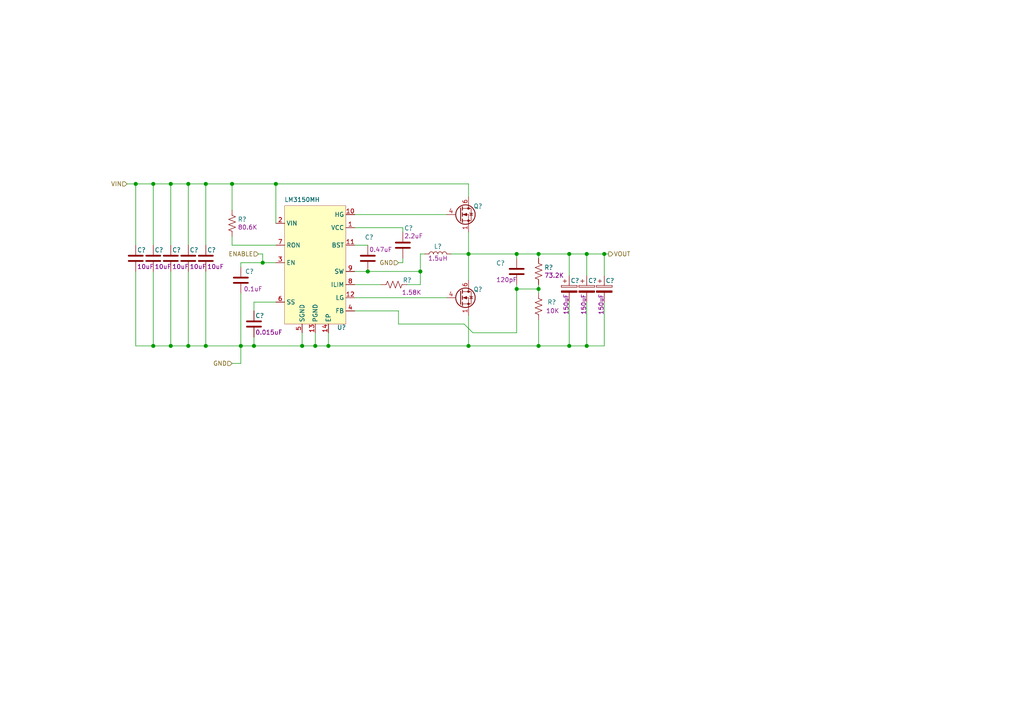
<source format=kicad_sch>
(kicad_sch (version 20210126) (generator eeschema)

  (paper "A4")

  (lib_symbols
    (symbol "Device:L" (pin_numbers hide) (pin_names (offset 1.016) hide) (in_bom yes) (on_board yes)
      (property "Reference" "L" (id 0) (at -1.27 0 90)
        (effects (font (size 1.27 1.27)))
      )
      (property "Value" "L" (id 1) (at 1.905 0 90)
        (effects (font (size 1.27 1.27)))
      )
      (property "Footprint" "" (id 2) (at 0 0 0)
        (effects (font (size 1.27 1.27)) hide)
      )
      (property "Datasheet" "~" (id 3) (at 0 0 0)
        (effects (font (size 1.27 1.27)) hide)
      )
      (property "ki_keywords" "inductor choke coil reactor magnetic" (id 4) (at 0 0 0)
        (effects (font (size 1.27 1.27)) hide)
      )
      (property "ki_description" "Inductor" (id 5) (at 0 0 0)
        (effects (font (size 1.27 1.27)) hide)
      )
      (property "ki_fp_filters" "Choke_* *Coil* Inductor_* L_*" (id 6) (at 0 0 0)
        (effects (font (size 1.27 1.27)) hide)
      )
      (symbol "L_0_1"
        (arc (start 0 -2.54) (end 0 -1.27) (radius (at 0 -1.905) (length 0.635) (angles -89.9 89.9))
          (stroke (width 0)) (fill (type none))
        )
        (arc (start 0 -1.27) (end 0 0) (radius (at 0 -0.635) (length 0.635) (angles -89.9 89.9))
          (stroke (width 0)) (fill (type none))
        )
        (arc (start 0 0) (end 0 1.27) (radius (at 0 0.635) (length 0.635) (angles -89.9 89.9))
          (stroke (width 0)) (fill (type none))
        )
        (arc (start 0 1.27) (end 0 2.54) (radius (at 0 1.905) (length 0.635) (angles -89.9 89.9))
          (stroke (width 0)) (fill (type none))
        )
      )
      (symbol "L_1_1"
        (pin passive line (at 0 3.81 270) (length 1.27)
          (name "1" (effects (font (size 1.27 1.27))))
          (number "1" (effects (font (size 1.27 1.27))))
        )
        (pin passive line (at 0 -3.81 90) (length 1.27)
          (name "2" (effects (font (size 1.27 1.27))))
          (number "2" (effects (font (size 1.27 1.27))))
        )
      )
    )
    (symbol "mte_usb_hub:APXE100ARA151MF80G" (pin_numbers hide) (pin_names (offset 0.254)) (in_bom yes) (on_board yes)
      (property "Reference" "C" (id 0) (at 0.635 2.54 0)
        (effects (font (size 1.27 1.27)) (justify left))
      )
      (property "Value" "APXE100ARA151MF80G" (id 1) (at 0.635 -2.54 0)
        (effects (font (size 1.27 1.27)) (justify left) hide)
      )
      (property "Footprint" "" (id 2) (at 0.9652 -3.81 0)
        (effects (font (size 1.27 1.27)) hide)
      )
      (property "Datasheet" "" (id 3) (at 0 0 0)
        (effects (font (size 1.27 1.27)) hide)
      )
      (property "id" "150uF" (id 4) (at 5.08 0 0)
        (effects (font (size 1.27 1.27)))
      )
      (property "manf" "United Chemi-Con" (id 5) (at 0 0 0)
        (effects (font (size 1.27 1.27)) hide)
      )
      (property "ki_keywords" "CAP ALUM POLY 150UF 20% 10V SMD" (id 6) (at 0 0 0)
        (effects (font (size 1.27 1.27)) hide)
      )
      (property "ki_description" "CAP ALUM POLY 150UF 20% 10V SMD" (id 7) (at 0 0 0)
        (effects (font (size 1.27 1.27)) hide)
      )
      (property "ki_fp_filters" "CP_*" (id 8) (at 0 0 0)
        (effects (font (size 1.27 1.27)) hide)
      )
      (symbol "APXE100ARA151MF80G_0_1"
        (rectangle (start -2.286 0.508) (end -2.286 1.016)
          (stroke (width 0)) (fill (type none))
        )
        (rectangle (start -2.286 0.508) (end 2.286 0.508)
          (stroke (width 0)) (fill (type none))
        )
        (rectangle (start 2.286 -0.508) (end -2.286 -1.016)
          (stroke (width 0)) (fill (type outline))
        )
        (rectangle (start 2.286 1.016) (end -2.286 1.016)
          (stroke (width 0)) (fill (type none))
        )
        (rectangle (start 2.286 1.016) (end 2.286 0.508)
          (stroke (width 0)) (fill (type none))
        )
        (polyline
          (pts
            (xy -1.778 2.286)
            (xy -0.762 2.286)
          )
          (stroke (width 0)) (fill (type none))
        )
        (polyline
          (pts
            (xy -1.27 2.794)
            (xy -1.27 1.778)
          )
          (stroke (width 0)) (fill (type none))
        )
      )
      (symbol "APXE100ARA151MF80G_1_1"
        (pin passive line (at 0 3.81 270) (length 2.794)
          (name "~" (effects (font (size 1.27 1.27))))
          (number "1" (effects (font (size 1.27 1.27))))
        )
        (pin passive line (at 0 -3.81 90) (length 2.794)
          (name "~" (effects (font (size 1.27 1.27))))
          (number "2" (effects (font (size 1.27 1.27))))
        )
      )
    )
    (symbol "mte_usb_hub:C0402C121J3GAC7867" (pin_numbers hide) (pin_names (offset 0.254)) (in_bom yes) (on_board yes)
      (property "Reference" "C" (id 0) (at 0.635 2.54 0)
        (effects (font (size 1.27 1.27)) (justify left))
      )
      (property "Value" "C0402C121J3GAC7867" (id 1) (at 0.635 -2.54 0)
        (effects (font (size 1.27 1.27)) (justify left) hide)
      )
      (property "Footprint" "footprints:CAPACITOR_0402N" (id 2) (at 0.9652 -3.81 0)
        (effects (font (size 1.27 1.27)) hide)
      )
      (property "Datasheet" "" (id 3) (at 0 0 0)
        (effects (font (size 1.27 1.27)) hide)
      )
      (property "id" "120pF" (id 4) (at -3.81 2.54 0)
        (effects (font (size 1.27 1.27)))
      )
      (property "manf" "KEMET" (id 5) (at 0 0 0)
        (effects (font (size 1.27 1.27)) hide)
      )
      (property "ki_keywords" "CAP CER 120pF 25V C0G/NP0 0402" (id 6) (at 0 0 0)
        (effects (font (size 1.27 1.27)) hide)
      )
      (property "ki_description" "CAP CER 120pF 25V C0G/NP0 0402" (id 7) (at 0 0 0)
        (effects (font (size 1.27 1.27)) hide)
      )
      (symbol "C0402C121J3GAC7867_0_1"
        (polyline
          (pts
            (xy -2.032 -0.762)
            (xy 2.032 -0.762)
          )
          (stroke (width 0.508)) (fill (type none))
        )
        (polyline
          (pts
            (xy -2.032 0.762)
            (xy 2.032 0.762)
          )
          (stroke (width 0.508)) (fill (type none))
        )
      )
      (symbol "C0402C121J3GAC7867_1_1"
        (pin passive line (at 0 3.81 270) (length 2.794)
          (name "~" (effects (font (size 1.27 1.27))))
          (number "1" (effects (font (size 1.27 1.27))))
        )
        (pin passive line (at 0 -3.81 90) (length 2.794)
          (name "~" (effects (font (size 1.27 1.27))))
          (number "2" (effects (font (size 1.27 1.27))))
        )
      )
    )
    (symbol "mte_usb_hub:C1608X5R1E106M080AC" (pin_numbers hide) (pin_names (offset 0.254)) (in_bom yes) (on_board yes)
      (property "Reference" "C" (id 0) (at 0.635 2.54 0)
        (effects (font (size 1.27 1.27)) (justify left))
      )
      (property "Value" "C1608X5R1E106M080AC" (id 1) (at 0.635 -2.54 0)
        (effects (font (size 1.27 1.27)) (justify left) hide)
      )
      (property "Footprint" "footprints:CAPACITOR_0603N" (id 2) (at 0.9652 -3.81 0)
        (effects (font (size 1.27 1.27)) hide)
      )
      (property "Datasheet" "" (id 3) (at 0 0 0)
        (effects (font (size 1.27 1.27)) hide)
      )
      (property "id" "10uF" (id 4) (at -3.81 2.54 0)
        (effects (font (size 1.27 1.27)))
      )
      (property "ki_keywords" "10uF ±20% 25V Ceramic Capacitor X5R 0603 (1608 Metric)" (id 5) (at 0 0 0)
        (effects (font (size 1.27 1.27)) hide)
      )
      (property "ki_description" "10uF ±20% 25V Ceramic Capacitor X5R 0603 (1608 Metric)" (id 6) (at 0 0 0)
        (effects (font (size 1.27 1.27)) hide)
      )
      (property "ki_fp_filters" "C_*" (id 7) (at 0 0 0)
        (effects (font (size 1.27 1.27)) hide)
      )
      (symbol "C1608X5R1E106M080AC_0_1"
        (polyline
          (pts
            (xy -2.032 -0.762)
            (xy 2.032 -0.762)
          )
          (stroke (width 0.508)) (fill (type none))
        )
        (polyline
          (pts
            (xy -2.032 0.762)
            (xy 2.032 0.762)
          )
          (stroke (width 0.508)) (fill (type none))
        )
      )
      (symbol "C1608X5R1E106M080AC_1_1"
        (pin passive line (at 0 3.81 270) (length 2.794)
          (name "~" (effects (font (size 1.27 1.27))))
          (number "1" (effects (font (size 1.27 1.27))))
        )
        (pin passive line (at 0 -3.81 90) (length 2.794)
          (name "~" (effects (font (size 1.27 1.27))))
          (number "2" (effects (font (size 1.27 1.27))))
        )
      )
    )
    (symbol "mte_usb_hub:CC0402KRX5R7BB104" (pin_numbers hide) (pin_names (offset 0.254)) (in_bom yes) (on_board yes)
      (property "Reference" "C" (id 0) (at 0.635 2.54 0)
        (effects (font (size 1.27 1.27)) (justify left))
      )
      (property "Value" "CC0402KRX5R7BB104" (id 1) (at 0.635 -2.54 0)
        (effects (font (size 1.27 1.27)) (justify left) hide)
      )
      (property "Footprint" "footprints:CAPACITOR_0402N" (id 2) (at 0.9652 -3.81 0)
        (effects (font (size 1.27 1.27)) hide)
      )
      (property "Datasheet" "${MTE_LIB_DIR}/datasheets/UPY-GP_NP0_16V-to-50V_18.pdf" (id 3) (at 0 0 0)
        (effects (font (size 1.27 1.27)) hide)
      )
      (property "id" "0.1uF" (id 4) (at -3.81 2.54 0)
        (effects (font (size 1.27 1.27)))
      )
      (property "ki_keywords" "0.1uF ±10% 16V Ceramic Capacitor X5R 0402 (1005 Metric)" (id 5) (at 0 0 0)
        (effects (font (size 1.27 1.27)) hide)
      )
      (property "ki_description" "0.1uF ±10% 16V Ceramic Capacitor X5R 0402 (1005 Metric)" (id 6) (at 0 0 0)
        (effects (font (size 1.27 1.27)) hide)
      )
      (symbol "CC0402KRX5R7BB104_0_1"
        (polyline
          (pts
            (xy -2.032 -0.762)
            (xy 2.032 -0.762)
          )
          (stroke (width 0.508)) (fill (type none))
        )
        (polyline
          (pts
            (xy -2.032 0.762)
            (xy 2.032 0.762)
          )
          (stroke (width 0.508)) (fill (type none))
        )
      )
      (symbol "CC0402KRX5R7BB104_1_1"
        (pin passive line (at 0 3.81 270) (length 2.794)
          (name "~" (effects (font (size 1.27 1.27))))
          (number "1" (effects (font (size 1.27 1.27))))
        )
        (pin passive line (at 0 -3.81 90) (length 2.794)
          (name "~" (effects (font (size 1.27 1.27))))
          (number "2" (effects (font (size 1.27 1.27))))
        )
      )
    )
    (symbol "mte_usb_hub:CSD16342Q5A" (pin_names (offset 0) hide) (in_bom yes) (on_board yes)
      (property "Reference" "Q" (id 0) (at 2.54 1.905 0)
        (effects (font (size 1.27 1.27)) (justify left))
      )
      (property "Value" "CSD16342Q5A" (id 1) (at 6.35 13.97 0)
        (effects (font (size 1.27 1.27)) (justify left) hide)
      )
      (property "Footprint" "" (id 2) (at 6.35 13.97 0)
        (effects (font (size 1.27 1.27) italic) (justify left) hide)
      )
      (property "Datasheet" "" (id 3) (at 6.35 13.97 0)
        (effects (font (size 1.27 1.27)) (justify left) hide)
      )
      (property "id" "CSD16342Q5A" (id 4) (at 12.7 13.97 0)
        (effects (font (size 1.27 1.27)))
      )
      (property "manf" "Texas Instruments" (id 5) (at 16.51 13.97 0)
        (effects (font (size 1.27 1.27)) hide)
      )
      (property "ki_keywords" "MOSFET N-CH 25V 100A 8VSON" (id 6) (at 0 0 0)
        (effects (font (size 1.27 1.27)) hide)
      )
      (property "ki_description" "MOSFET N-CH 25V 100A 8VSON" (id 7) (at 0 0 0)
        (effects (font (size 1.27 1.27)) hide)
      )
      (property "ki_fp_filters" "SOT?23*" (id 8) (at 0 0 0)
        (effects (font (size 1.27 1.27)) hide)
      )
      (symbol "CSD16342Q5A_0_0"
        (pin input line (at -6.35 0 0) (length 2.54)
          (name "G" (effects (font (size 1.27 1.27))))
          (number "4" (effects (font (size 1.27 1.27))))
        )
        (pin passive line (at 0 5.08 270) (length 2.54) hide
          (name "D" (effects (font (size 1.27 1.27))))
          (number "5" (effects (font (size 1.27 1.27))))
        )
        (pin passive line (at 0 5.08 270) (length 2.54)
          (name "D" (effects (font (size 1.27 1.27))))
          (number "6" (effects (font (size 1.27 1.27))))
        )
        (pin passive line (at 0 5.08 270) (length 2.54) hide
          (name "D" (effects (font (size 1.27 1.27))))
          (number "7" (effects (font (size 1.27 1.27))))
        )
        (pin passive line (at 0 5.08 270) (length 2.54) hide
          (name "D" (effects (font (size 1.27 1.27))))
          (number "8" (effects (font (size 1.27 1.27))))
        )
      )
      (symbol "CSD16342Q5A_0_1"
        (circle (center -0.889 0) (radius 2.8194) (stroke (width 0.254)) (fill (type none)))
        (circle (center 0 -1.778) (radius 0.2794) (stroke (width 0)) (fill (type outline)))
        (circle (center 0 1.778) (radius 0.2794) (stroke (width 0)) (fill (type outline)))
        (polyline
          (pts
            (xy -1.778 -1.778)
            (xy 0 -1.778)
          )
          (stroke (width 0)) (fill (type none))
        )
        (polyline
          (pts
            (xy -1.778 -1.27)
            (xy -1.778 -2.286)
          )
          (stroke (width 0.254)) (fill (type none))
        )
        (polyline
          (pts
            (xy -1.778 0)
            (xy 0 0)
          )
          (stroke (width 0)) (fill (type none))
        )
        (polyline
          (pts
            (xy -1.778 0.508)
            (xy -1.778 -0.508)
          )
          (stroke (width 0.254)) (fill (type none))
        )
        (polyline
          (pts
            (xy -1.778 1.778)
            (xy 0 1.778)
          )
          (stroke (width 0)) (fill (type none))
        )
        (polyline
          (pts
            (xy -1.778 2.286)
            (xy -1.778 1.27)
          )
          (stroke (width 0.254)) (fill (type none))
        )
        (polyline
          (pts
            (xy 0 -1.778)
            (xy 0 -2.54)
          )
          (stroke (width 0)) (fill (type none))
        )
        (polyline
          (pts
            (xy 0 -1.778)
            (xy 0 0)
          )
          (stroke (width 0)) (fill (type none))
        )
        (polyline
          (pts
            (xy 0 2.54)
            (xy 0 1.778)
          )
          (stroke (width 0)) (fill (type none))
        )
        (polyline
          (pts
            (xy -2.286 1.905)
            (xy -2.286 -1.905)
            (xy -2.286 -1.905)
          )
          (stroke (width 0.254)) (fill (type none))
        )
        (polyline
          (pts
            (xy -1.524 0)
            (xy -0.508 0.381)
            (xy -0.508 -0.381)
            (xy -1.524 0)
          )
          (stroke (width 0)) (fill (type outline))
        )
        (polyline
          (pts
            (xy 0 -1.778)
            (xy 0.762 -1.778)
            (xy 0.762 1.778)
            (xy 0 1.778)
          )
          (stroke (width 0)) (fill (type none))
        )
        (polyline
          (pts
            (xy 0.254 0.508)
            (xy 0.381 0.381)
            (xy 1.143 0.381)
            (xy 1.27 0.254)
          )
          (stroke (width 0)) (fill (type none))
        )
        (polyline
          (pts
            (xy 0.762 0.381)
            (xy 0.381 -0.254)
            (xy 1.143 -0.254)
            (xy 0.762 0.381)
          )
          (stroke (width 0)) (fill (type none))
        )
      )
      (symbol "CSD16342Q5A_1_1"
        (pin passive line (at 0 -5.08 90) (length 2.54)
          (name "S" (effects (font (size 1.27 1.27))))
          (number "1" (effects (font (size 1.27 1.27))))
        )
        (pin passive line (at 0 -5.08 90) (length 2.54) hide
          (name "S" (effects (font (size 1.27 1.27))))
          (number "2" (effects (font (size 1.27 1.27))))
        )
        (pin passive line (at 0 -5.08 90) (length 2.54) hide
          (name "S" (effects (font (size 1.27 1.27))))
          (number "3" (effects (font (size 1.27 1.27))))
        )
      )
    )
    (symbol "mte_usb_hub:CSD17577Q5AT" (pin_names (offset 0) hide) (in_bom yes) (on_board yes)
      (property "Reference" "Q" (id 0) (at 2.54 1.905 0)
        (effects (font (size 1.27 1.27)) (justify left))
      )
      (property "Value" "CSD17577Q5AT" (id 1) (at -7.62 0 0)
        (effects (font (size 1.27 1.27)) (justify left) hide)
      )
      (property "Footprint" "" (id 2) (at -7.62 0 0)
        (effects (font (size 1.27 1.27) italic) (justify left) hide)
      )
      (property "Datasheet" "" (id 3) (at -7.62 0 0)
        (effects (font (size 1.27 1.27)) (justify left) hide)
      )
      (property "id" "CSD17577Q5AT" (id 4) (at -1.27 0 0)
        (effects (font (size 1.27 1.27)))
      )
      (property "manf" "Texas Instruments" (id 5) (at 2.54 0 0)
        (effects (font (size 1.27 1.27)) hide)
      )
      (property "ki_keywords" "MOSFET N-CH 30V 60A 8VSON" (id 6) (at 0 0 0)
        (effects (font (size 1.27 1.27)) hide)
      )
      (property "ki_description" "MOSFET N-CH 30V 60A 8VSON" (id 7) (at 0 0 0)
        (effects (font (size 1.27 1.27)) hide)
      )
      (property "ki_fp_filters" "SOT?23*" (id 8) (at 0 0 0)
        (effects (font (size 1.27 1.27)) hide)
      )
      (symbol "CSD17577Q5AT_0_0"
        (pin input line (at -6.35 0 0) (length 2.54)
          (name "G" (effects (font (size 1.27 1.27))))
          (number "4" (effects (font (size 1.27 1.27))))
        )
        (pin passive line (at 0 5.08 270) (length 2.54) hide
          (name "D" (effects (font (size 1.27 1.27))))
          (number "5" (effects (font (size 1.27 1.27))))
        )
        (pin passive line (at 0 5.08 270) (length 2.54)
          (name "D" (effects (font (size 1.27 1.27))))
          (number "6" (effects (font (size 1.27 1.27))))
        )
        (pin passive line (at 0 5.08 270) (length 2.54) hide
          (name "D" (effects (font (size 1.27 1.27))))
          (number "7" (effects (font (size 1.27 1.27))))
        )
        (pin passive line (at 0 5.08 270) (length 2.54) hide
          (name "D" (effects (font (size 1.27 1.27))))
          (number "8" (effects (font (size 1.27 1.27))))
        )
      )
      (symbol "CSD17577Q5AT_0_1"
        (circle (center -0.889 0) (radius 2.8194) (stroke (width 0.254)) (fill (type none)))
        (circle (center 0 -1.778) (radius 0.2794) (stroke (width 0)) (fill (type outline)))
        (circle (center 0 1.778) (radius 0.2794) (stroke (width 0)) (fill (type outline)))
        (polyline
          (pts
            (xy -1.778 -1.778)
            (xy 0 -1.778)
          )
          (stroke (width 0)) (fill (type none))
        )
        (polyline
          (pts
            (xy -1.778 -1.27)
            (xy -1.778 -2.286)
          )
          (stroke (width 0.254)) (fill (type none))
        )
        (polyline
          (pts
            (xy -1.778 0)
            (xy 0 0)
          )
          (stroke (width 0)) (fill (type none))
        )
        (polyline
          (pts
            (xy -1.778 0.508)
            (xy -1.778 -0.508)
          )
          (stroke (width 0.254)) (fill (type none))
        )
        (polyline
          (pts
            (xy -1.778 1.778)
            (xy 0 1.778)
          )
          (stroke (width 0)) (fill (type none))
        )
        (polyline
          (pts
            (xy -1.778 2.286)
            (xy -1.778 1.27)
          )
          (stroke (width 0.254)) (fill (type none))
        )
        (polyline
          (pts
            (xy 0 -1.778)
            (xy 0 -2.54)
          )
          (stroke (width 0)) (fill (type none))
        )
        (polyline
          (pts
            (xy 0 -1.778)
            (xy 0 0)
          )
          (stroke (width 0)) (fill (type none))
        )
        (polyline
          (pts
            (xy 0 2.54)
            (xy 0 1.778)
          )
          (stroke (width 0)) (fill (type none))
        )
        (polyline
          (pts
            (xy -2.286 1.905)
            (xy -2.286 -1.905)
            (xy -2.286 -1.905)
          )
          (stroke (width 0.254)) (fill (type none))
        )
        (polyline
          (pts
            (xy -1.524 0)
            (xy -0.508 0.381)
            (xy -0.508 -0.381)
            (xy -1.524 0)
          )
          (stroke (width 0)) (fill (type outline))
        )
        (polyline
          (pts
            (xy 0 -1.778)
            (xy 0.762 -1.778)
            (xy 0.762 1.778)
            (xy 0 1.778)
          )
          (stroke (width 0)) (fill (type none))
        )
        (polyline
          (pts
            (xy 0.254 0.508)
            (xy 0.381 0.381)
            (xy 1.143 0.381)
            (xy 1.27 0.254)
          )
          (stroke (width 0)) (fill (type none))
        )
        (polyline
          (pts
            (xy 0.762 0.381)
            (xy 0.381 -0.254)
            (xy 1.143 -0.254)
            (xy 0.762 0.381)
          )
          (stroke (width 0)) (fill (type none))
        )
      )
      (symbol "CSD17577Q5AT_1_1"
        (pin passive line (at 0 -5.08 90) (length 2.54)
          (name "S" (effects (font (size 1.27 1.27))))
          (number "1" (effects (font (size 1.27 1.27))))
        )
        (pin passive line (at 0 -5.08 90) (length 2.54) hide
          (name "S" (effects (font (size 1.27 1.27))))
          (number "2" (effects (font (size 1.27 1.27))))
        )
        (pin passive line (at 0 -5.08 90) (length 2.54) hide
          (name "S" (effects (font (size 1.27 1.27))))
          (number "3" (effects (font (size 1.27 1.27))))
        )
      )
    )
    (symbol "mte_usb_hub:LM3150MH" (in_bom yes) (on_board yes)
      (property "Reference" "U" (id 0) (at 0 0 0)
        (effects (font (size 1.27 1.27)))
      )
      (property "Value" "LM3150MH" (id 1) (at 0 0 0)
        (effects (font (size 1.27 1.27)))
      )
      (property "Footprint" "" (id 2) (at 0 0 0)
        (effects (font (size 1.27 1.27)) hide)
      )
      (property "Datasheet" "" (id 3) (at 0 0 0)
        (effects (font (size 1.27 1.27)) hide)
      )
      (symbol "LM3150MH_0_1"
        (rectangle (start -8.89 16.51) (end 8.89 -17.78)
          (stroke (width 0.001)) (fill (type background))
        )
      )
      (symbol "LM3150MH_1_1"
        (pin power_in line (at 11.43 10.16 180) (length 2.54)
          (name "VCC" (effects (font (size 1.27 1.27))))
          (number "1" (effects (font (size 1.27 1.27))))
        )
        (pin power_in line (at -11.43 11.43 0) (length 2.54)
          (name "VIN" (effects (font (size 1.27 1.27))))
          (number "2" (effects (font (size 1.27 1.27))))
        )
        (pin input line (at -11.43 0 0) (length 2.54)
          (name "EN" (effects (font (size 1.27 1.27))))
          (number "3" (effects (font (size 1.27 1.27))))
        )
        (pin input line (at 11.43 -13.97 180) (length 2.54)
          (name "FB" (effects (font (size 1.27 1.27))))
          (number "4" (effects (font (size 1.27 1.27))))
        )
        (pin power_in line (at -3.81 -20.32 90) (length 2.54)
          (name "SGND" (effects (font (size 1.27 1.27))))
          (number "5" (effects (font (size 1.27 1.27))))
        )
        (pin input line (at -11.43 -11.43 0) (length 2.54)
          (name "SS" (effects (font (size 1.27 1.27))))
          (number "6" (effects (font (size 1.27 1.27))))
        )
        (pin input line (at -11.43 5.08 0) (length 2.54)
          (name "RON" (effects (font (size 1.27 1.27))))
          (number "7" (effects (font (size 1.27 1.27))))
        )
        (pin input line (at 11.43 -6.35 180) (length 2.54)
          (name "ILIM" (effects (font (size 1.27 1.27))))
          (number "8" (effects (font (size 1.27 1.27))))
        )
        (pin output line (at 11.43 -2.54 180) (length 2.54)
          (name "SW" (effects (font (size 1.27 1.27))))
          (number "9" (effects (font (size 1.27 1.27))))
        )
        (pin output line (at 11.43 13.97 180) (length 2.54)
          (name "HG" (effects (font (size 1.27 1.27))))
          (number "10" (effects (font (size 1.27 1.27))))
        )
        (pin output line (at 11.43 5.08 180) (length 2.54)
          (name "BST" (effects (font (size 1.27 1.27))))
          (number "11" (effects (font (size 1.27 1.27))))
        )
        (pin output line (at 11.43 -10.16 180) (length 2.54)
          (name "LG" (effects (font (size 1.27 1.27))))
          (number "12" (effects (font (size 1.27 1.27))))
        )
        (pin power_in line (at 0 -20.32 90) (length 2.54)
          (name "PGND" (effects (font (size 1.27 1.27))))
          (number "13" (effects (font (size 1.27 1.27))))
        )
        (pin power_in line (at 3.81 -20.32 90) (length 2.54)
          (name "EP" (effects (font (size 1.27 1.27))))
          (number "14" (effects (font (size 1.27 1.27))))
        )
      )
    )
    (symbol "mte_usb_hub:RC0402FR-071K58L" (pin_numbers hide) (pin_names (offset 0)) (in_bom yes) (on_board yes)
      (property "Reference" "R" (id 0) (at 2.54 0 90)
        (effects (font (size 1.27 1.27)))
      )
      (property "Value" "RC0402FR-071K58L" (id 1) (at -2.54 0 90)
        (effects (font (size 1.27 1.27)) hide)
      )
      (property "Footprint" "footprints:RESISTOR_0402N" (id 2) (at 1.016 -0.254 90)
        (effects (font (size 1.27 1.27)) hide)
      )
      (property "Datasheet" "" (id 3) (at 0 0 0)
        (effects (font (size 1.27 1.27)) hide)
      )
      (property "id" "1.58K" (id 4) (at -2.54 0 90)
        (effects (font (size 1.27 1.27)))
      )
      (property "manf" "Yageo" (id 5) (at 0 0 0)
        (effects (font (size 1.27 1.27)) hide)
      )
      (property "ki_keywords" "RES SMD 1.58K OHM 1% 1/16W 0402" (id 6) (at 0 0 0)
        (effects (font (size 1.27 1.27)) hide)
      )
      (property "ki_description" "RES SMD 1.58K OHM 1% 1/16W 0402" (id 7) (at 0 0 0)
        (effects (font (size 1.27 1.27)) hide)
      )
      (symbol "RC0402FR-071K58L_0_1"
        (polyline
          (pts
            (xy 0 -2.286)
            (xy 0 -2.54)
          )
          (stroke (width 0)) (fill (type none))
        )
        (polyline
          (pts
            (xy 0 2.286)
            (xy 0 2.54)
          )
          (stroke (width 0)) (fill (type none))
        )
        (polyline
          (pts
            (xy 0 -0.762)
            (xy 1.016 -1.143)
            (xy 0 -1.524)
            (xy -1.016 -1.905)
            (xy 0 -2.286)
          )
          (stroke (width 0)) (fill (type none))
        )
        (polyline
          (pts
            (xy 0 0.762)
            (xy 1.016 0.381)
            (xy 0 0)
            (xy -1.016 -0.381)
            (xy 0 -0.762)
          )
          (stroke (width 0)) (fill (type none))
        )
        (polyline
          (pts
            (xy 0 2.286)
            (xy 1.016 1.905)
            (xy 0 1.524)
            (xy -1.016 1.143)
            (xy 0 0.762)
          )
          (stroke (width 0)) (fill (type none))
        )
      )
      (symbol "RC0402FR-071K58L_1_1"
        (pin passive line (at 0 3.81 270) (length 1.27)
          (name "~" (effects (font (size 1.27 1.27))))
          (number "1" (effects (font (size 1.27 1.27))))
        )
        (pin passive line (at 0 -3.81 90) (length 1.27)
          (name "~" (effects (font (size 1.27 1.27))))
          (number "2" (effects (font (size 1.27 1.27))))
        )
      )
    )
    (symbol "mte_usb_hub:RC0402FR-0773K2L" (pin_numbers hide) (pin_names (offset 0)) (in_bom yes) (on_board yes)
      (property "Reference" "R" (id 0) (at 2.54 0 90)
        (effects (font (size 1.27 1.27)))
      )
      (property "Value" "RC0402FR-0773K2L" (id 1) (at -2.54 0 90)
        (effects (font (size 1.27 1.27)) hide)
      )
      (property "Footprint" "footprints:RESISTOR_0402N" (id 2) (at 1.016 -0.254 90)
        (effects (font (size 1.27 1.27)) hide)
      )
      (property "Datasheet" "" (id 3) (at 0 0 0)
        (effects (font (size 1.27 1.27)) hide)
      )
      (property "id" "73.2K" (id 4) (at -2.54 0 90)
        (effects (font (size 1.27 1.27)))
      )
      (property "manf" "Yageo" (id 5) (at 0 0 0)
        (effects (font (size 1.27 1.27)) hide)
      )
      (property "ki_keywords" "RES SMD 73.2K OHM 1% 1/16W 0402" (id 6) (at 0 0 0)
        (effects (font (size 1.27 1.27)) hide)
      )
      (property "ki_description" "RES SMD 73.2K OHM 1% 1/16W 0402" (id 7) (at 0 0 0)
        (effects (font (size 1.27 1.27)) hide)
      )
      (property "ki_fp_filters" "R_*" (id 8) (at 0 0 0)
        (effects (font (size 1.27 1.27)) hide)
      )
      (symbol "RC0402FR-0773K2L_0_1"
        (polyline
          (pts
            (xy 0 -2.286)
            (xy 0 -2.54)
          )
          (stroke (width 0)) (fill (type none))
        )
        (polyline
          (pts
            (xy 0 2.286)
            (xy 0 2.54)
          )
          (stroke (width 0)) (fill (type none))
        )
        (polyline
          (pts
            (xy 0 -0.762)
            (xy 1.016 -1.143)
            (xy 0 -1.524)
            (xy -1.016 -1.905)
            (xy 0 -2.286)
          )
          (stroke (width 0)) (fill (type none))
        )
        (polyline
          (pts
            (xy 0 0.762)
            (xy 1.016 0.381)
            (xy 0 0)
            (xy -1.016 -0.381)
            (xy 0 -0.762)
          )
          (stroke (width 0)) (fill (type none))
        )
        (polyline
          (pts
            (xy 0 2.286)
            (xy 1.016 1.905)
            (xy 0 1.524)
            (xy -1.016 1.143)
            (xy 0 0.762)
          )
          (stroke (width 0)) (fill (type none))
        )
      )
      (symbol "RC0402FR-0773K2L_1_1"
        (pin passive line (at 0 3.81 270) (length 1.27)
          (name "~" (effects (font (size 1.27 1.27))))
          (number "1" (effects (font (size 1.27 1.27))))
        )
        (pin passive line (at 0 -3.81 90) (length 1.27)
          (name "~" (effects (font (size 1.27 1.27))))
          (number "2" (effects (font (size 1.27 1.27))))
        )
      )
    )
    (symbol "mte_usb_hub:RC0402FR-0780K6L" (pin_numbers hide) (pin_names (offset 0)) (in_bom yes) (on_board yes)
      (property "Reference" "R" (id 0) (at 2.54 0 90)
        (effects (font (size 1.27 1.27)))
      )
      (property "Value" "RC0402FR-0780K6L" (id 1) (at -2.54 0 90)
        (effects (font (size 1.27 1.27)) hide)
      )
      (property "Footprint" "footprints:RESISTOR_0402N" (id 2) (at 1.016 -0.254 90)
        (effects (font (size 1.27 1.27)) hide)
      )
      (property "Datasheet" "" (id 3) (at 0 0 0)
        (effects (font (size 1.27 1.27)) hide)
      )
      (property "id" "80.6K" (id 4) (at -2.54 0 90)
        (effects (font (size 1.27 1.27)))
      )
      (property "manf" "Yageo" (id 5) (at 0 0 0)
        (effects (font (size 1.27 1.27)) hide)
      )
      (property "ki_keywords" "80.6K ±1% 0.063W, 1/16W Chip Resistor 0402 (1005 Metric) Moisture Resistant Thick Film" (id 6) (at 0 0 0)
        (effects (font (size 1.27 1.27)) hide)
      )
      (property "ki_description" "80.6K ±1% 0.063W, 1/16W Chip Resistor 0402 (1005 Metric) Moisture Resistant Thick Film" (id 7) (at 0 0 0)
        (effects (font (size 1.27 1.27)) hide)
      )
      (symbol "RC0402FR-0780K6L_0_1"
        (polyline
          (pts
            (xy 0 -2.286)
            (xy 0 -2.54)
          )
          (stroke (width 0)) (fill (type none))
        )
        (polyline
          (pts
            (xy 0 2.286)
            (xy 0 2.54)
          )
          (stroke (width 0)) (fill (type none))
        )
        (polyline
          (pts
            (xy 0 -0.762)
            (xy 1.016 -1.143)
            (xy 0 -1.524)
            (xy -1.016 -1.905)
            (xy 0 -2.286)
          )
          (stroke (width 0)) (fill (type none))
        )
        (polyline
          (pts
            (xy 0 0.762)
            (xy 1.016 0.381)
            (xy 0 0)
            (xy -1.016 -0.381)
            (xy 0 -0.762)
          )
          (stroke (width 0)) (fill (type none))
        )
        (polyline
          (pts
            (xy 0 2.286)
            (xy 1.016 1.905)
            (xy 0 1.524)
            (xy -1.016 1.143)
            (xy 0 0.762)
          )
          (stroke (width 0)) (fill (type none))
        )
      )
      (symbol "RC0402FR-0780K6L_1_1"
        (pin passive line (at 0 3.81 270) (length 1.27)
          (name "~" (effects (font (size 1.27 1.27))))
          (number "1" (effects (font (size 1.27 1.27))))
        )
        (pin passive line (at 0 -3.81 90) (length 1.27)
          (name "~" (effects (font (size 1.27 1.27))))
          (number "2" (effects (font (size 1.27 1.27))))
        )
      )
    )
    (symbol "mte_usb_hub:RC0402JR-0710KL" (pin_numbers hide) (pin_names (offset 0)) (in_bom yes) (on_board yes)
      (property "Reference" "R" (id 0) (at 2.54 0 90)
        (effects (font (size 1.27 1.27)))
      )
      (property "Value" "RC0402JR-0710KL" (id 1) (at -2.54 0 90)
        (effects (font (size 1.27 1.27)) hide)
      )
      (property "Footprint" "footprints:RESISTOR_0402N" (id 2) (at 1.016 -0.254 90)
        (effects (font (size 1.27 1.27)) hide)
      )
      (property "Datasheet" "${MTE_LIB_DIR}/datasheets/PYu-RC_Group_51_RoHS_L_11.pdf" (id 3) (at 0 0 0)
        (effects (font (size 1.27 1.27)) hide)
      )
      (property "id" "10K" (id 4) (at -2.54 0 90)
        (effects (font (size 1.27 1.27)))
      )
      (property "manf" "Yageo" (id 5) (at 0 0 0)
        (effects (font (size 1.27 1.27)) hide)
      )
      (property "ki_keywords" "10kOhms ±5% 0.063W, 1/16W Chip Resistor 0402 (1005 Metric) Moisture Resistant Thick Film" (id 6) (at 0 0 0)
        (effects (font (size 1.27 1.27)) hide)
      )
      (property "ki_description" "10kOhms ±5% 0.063W, 1/16W Chip Resistor 0402 (1005 Metric) Moisture Resistant Thick Film" (id 7) (at 0 0 0)
        (effects (font (size 1.27 1.27)) hide)
      )
      (property "ki_fp_filters" "R_*" (id 8) (at 0 0 0)
        (effects (font (size 1.27 1.27)) hide)
      )
      (symbol "RC0402JR-0710KL_0_1"
        (polyline
          (pts
            (xy 0 -2.286)
            (xy 0 -2.54)
          )
          (stroke (width 0)) (fill (type none))
        )
        (polyline
          (pts
            (xy 0 2.286)
            (xy 0 2.54)
          )
          (stroke (width 0)) (fill (type none))
        )
        (polyline
          (pts
            (xy 0 -0.762)
            (xy 1.016 -1.143)
            (xy 0 -1.524)
            (xy -1.016 -1.905)
            (xy 0 -2.286)
          )
          (stroke (width 0)) (fill (type none))
        )
        (polyline
          (pts
            (xy 0 0.762)
            (xy 1.016 0.381)
            (xy 0 0)
            (xy -1.016 -0.381)
            (xy 0 -0.762)
          )
          (stroke (width 0)) (fill (type none))
        )
        (polyline
          (pts
            (xy 0 2.286)
            (xy 1.016 1.905)
            (xy 0 1.524)
            (xy -1.016 1.143)
            (xy 0 0.762)
          )
          (stroke (width 0)) (fill (type none))
        )
      )
      (symbol "RC0402JR-0710KL_1_1"
        (pin passive line (at 0 3.81 270) (length 1.27)
          (name "~" (effects (font (size 1.27 1.27))))
          (number "1" (effects (font (size 1.27 1.27))))
        )
        (pin passive line (at 0 -3.81 90) (length 1.27)
          (name "~" (effects (font (size 1.27 1.27))))
          (number "2" (effects (font (size 1.27 1.27))))
        )
      )
    )
    (symbol "mte_usb_hub:TMK105ABJ474KV-F" (pin_numbers hide) (pin_names (offset 0.254)) (in_bom yes) (on_board yes)
      (property "Reference" "C" (id 0) (at 0.635 2.54 0)
        (effects (font (size 1.27 1.27)) (justify left))
      )
      (property "Value" "TMK105ABJ474KV-F" (id 1) (at 0.635 -2.54 0)
        (effects (font (size 1.27 1.27)) (justify left) hide)
      )
      (property "Footprint" "footprints:CAPACITOR_0402N" (id 2) (at 0.9652 -3.81 0)
        (effects (font (size 1.27 1.27)) hide)
      )
      (property "Datasheet" "" (id 3) (at 0 0 0)
        (effects (font (size 1.27 1.27)) hide)
      )
      (property "id" "0.47uF" (id 4) (at -3.81 2.54 0)
        (effects (font (size 1.27 1.27)))
      )
      (property "manf" "Taiyo Yuden" (id 5) (at 0 0 0)
        (effects (font (size 1.27 1.27)) hide)
      )
      (property "ki_keywords" "0.47uF ±10% 25V Ceramic Capacitor X5R 0402 (1005 Metric)" (id 6) (at 0 0 0)
        (effects (font (size 1.27 1.27)) hide)
      )
      (property "ki_description" "0.47uF ±10% 25V Ceramic Capacitor X5R 0402 (1005 Metric)" (id 7) (at 0 0 0)
        (effects (font (size 1.27 1.27)) hide)
      )
      (property "ki_fp_filters" "C_*" (id 8) (at 0 0 0)
        (effects (font (size 1.27 1.27)) hide)
      )
      (symbol "TMK105ABJ474KV-F_0_1"
        (polyline
          (pts
            (xy -2.032 -0.762)
            (xy 2.032 -0.762)
          )
          (stroke (width 0.508)) (fill (type none))
        )
        (polyline
          (pts
            (xy -2.032 0.762)
            (xy 2.032 0.762)
          )
          (stroke (width 0.508)) (fill (type none))
        )
      )
      (symbol "TMK105ABJ474KV-F_1_1"
        (pin passive line (at 0 3.81 270) (length 2.794)
          (name "~" (effects (font (size 1.27 1.27))))
          (number "1" (effects (font (size 1.27 1.27))))
        )
        (pin passive line (at 0 -3.81 90) (length 2.794)
          (name "~" (effects (font (size 1.27 1.27))))
          (number "2" (effects (font (size 1.27 1.27))))
        )
      )
    )
    (symbol "mte_usb_hub:TMK105BJ153KV-F" (pin_numbers hide) (pin_names (offset 0.254)) (in_bom yes) (on_board yes)
      (property "Reference" "C" (id 0) (at 0.635 2.54 0)
        (effects (font (size 1.27 1.27)) (justify left))
      )
      (property "Value" "TMK105BJ153KV-F" (id 1) (at 0.635 -2.54 0)
        (effects (font (size 1.27 1.27)) (justify left) hide)
      )
      (property "Footprint" "footprints:CAPACITOR_0402N" (id 2) (at 0.9652 -3.81 0)
        (effects (font (size 1.27 1.27)) hide)
      )
      (property "Datasheet" "" (id 3) (at 0 0 0)
        (effects (font (size 1.27 1.27)) hide)
      )
      (property "id" "0.015uF" (id 4) (at -3.81 2.54 0)
        (effects (font (size 1.27 1.27)))
      )
      (property "manf" "Taiyo Yuden" (id 5) (at 0 0 0)
        (effects (font (size 1.27 1.27)) hide)
      )
      (property "ki_keywords" "CAP CER 0.015uF 25V X5R 0402" (id 6) (at 0 0 0)
        (effects (font (size 1.27 1.27)) hide)
      )
      (property "ki_description" "CAP CER 0.015uF 25V X5R 0402" (id 7) (at 0 0 0)
        (effects (font (size 1.27 1.27)) hide)
      )
      (property "ki_fp_filters" "C_*" (id 8) (at 0 0 0)
        (effects (font (size 1.27 1.27)) hide)
      )
      (symbol "TMK105BJ153KV-F_0_1"
        (polyline
          (pts
            (xy -2.032 -0.762)
            (xy 2.032 -0.762)
          )
          (stroke (width 0.508)) (fill (type none))
        )
        (polyline
          (pts
            (xy -2.032 0.762)
            (xy 2.032 0.762)
          )
          (stroke (width 0.508)) (fill (type none))
        )
      )
      (symbol "TMK105BJ153KV-F_1_1"
        (pin passive line (at 0 3.81 270) (length 2.794)
          (name "~" (effects (font (size 1.27 1.27))))
          (number "1" (effects (font (size 1.27 1.27))))
        )
        (pin passive line (at 0 -3.81 90) (length 2.794)
          (name "~" (effects (font (size 1.27 1.27))))
          (number "2" (effects (font (size 1.27 1.27))))
        )
      )
    )
    (symbol "mte_usb_hub:TMK105CBJ225MV-F" (pin_numbers hide) (pin_names (offset 0.254)) (in_bom yes) (on_board yes)
      (property "Reference" "C" (id 0) (at 0.635 2.54 0)
        (effects (font (size 1.27 1.27)) (justify left))
      )
      (property "Value" "TMK105CBJ225MV-F" (id 1) (at 0.635 -2.54 0)
        (effects (font (size 1.27 1.27)) (justify left) hide)
      )
      (property "Footprint" "footprints:CAPACITOR_0402N" (id 2) (at 0.9652 -3.81 0)
        (effects (font (size 1.27 1.27)) hide)
      )
      (property "Datasheet" "${MTE_LIB_DIR}/datasheets/TMK105CBJ225MV-F _RS.pdf" (id 3) (at 0 0 0)
        (effects (font (size 1.27 1.27)) hide)
      )
      (property "id" "2.2uF" (id 4) (at -3.81 2.54 0)
        (effects (font (size 1.27 1.27)))
      )
      (property "ki_keywords" "2.2uF ±20% 25V Ceramic Capacitor X5R 0402 (1005 Metric)" (id 5) (at 0 0 0)
        (effects (font (size 1.27 1.27)) hide)
      )
      (property "ki_description" "2.2uF ±20% 25V Ceramic Capacitor X5R 0402 (1005 Metric)" (id 6) (at 0 0 0)
        (effects (font (size 1.27 1.27)) hide)
      )
      (symbol "TMK105CBJ225MV-F_0_1"
        (polyline
          (pts
            (xy -2.032 -0.762)
            (xy 2.032 -0.762)
          )
          (stroke (width 0.508)) (fill (type none))
        )
        (polyline
          (pts
            (xy -2.032 0.762)
            (xy 2.032 0.762)
          )
          (stroke (width 0.508)) (fill (type none))
        )
      )
      (symbol "TMK105CBJ225MV-F_1_1"
        (pin passive line (at 0 3.81 270) (length 2.794)
          (name "~" (effects (font (size 1.27 1.27))))
          (number "1" (effects (font (size 1.27 1.27))))
        )
        (pin passive line (at 0 -3.81 90) (length 2.794)
          (name "~" (effects (font (size 1.27 1.27))))
          (number "2" (effects (font (size 1.27 1.27))))
        )
      )
    )
  )

  (junction (at 39.37 53.34) (diameter 1.016) (color 0 0 0 0))
  (junction (at 44.45 53.34) (diameter 1.016) (color 0 0 0 0))
  (junction (at 44.45 100.33) (diameter 1.016) (color 0 0 0 0))
  (junction (at 49.53 53.34) (diameter 1.016) (color 0 0 0 0))
  (junction (at 49.53 100.33) (diameter 1.016) (color 0 0 0 0))
  (junction (at 54.61 53.34) (diameter 1.016) (color 0 0 0 0))
  (junction (at 54.61 100.33) (diameter 1.016) (color 0 0 0 0))
  (junction (at 59.69 53.34) (diameter 1.016) (color 0 0 0 0))
  (junction (at 59.69 100.33) (diameter 1.016) (color 0 0 0 0))
  (junction (at 67.31 53.34) (diameter 1.016) (color 0 0 0 0))
  (junction (at 69.85 100.33) (diameter 1.016) (color 0 0 0 0))
  (junction (at 73.66 100.33) (diameter 1.016) (color 0 0 0 0))
  (junction (at 76.2 76.2) (diameter 1.016) (color 0 0 0 0))
  (junction (at 80.01 53.34) (diameter 1.016) (color 0 0 0 0))
  (junction (at 87.63 100.33) (diameter 1.016) (color 0 0 0 0))
  (junction (at 91.44 100.33) (diameter 1.016) (color 0 0 0 0))
  (junction (at 95.25 100.33) (diameter 1.016) (color 0 0 0 0))
  (junction (at 106.68 78.74) (diameter 1.016) (color 0 0 0 0))
  (junction (at 121.92 78.74) (diameter 1.016) (color 0 0 0 0))
  (junction (at 135.89 73.66) (diameter 1.016) (color 0 0 0 0))
  (junction (at 135.89 100.33) (diameter 1.016) (color 0 0 0 0))
  (junction (at 149.86 73.66) (diameter 1.016) (color 0 0 0 0))
  (junction (at 149.86 83.82) (diameter 1.016) (color 0 0 0 0))
  (junction (at 156.21 73.66) (diameter 1.016) (color 0 0 0 0))
  (junction (at 156.21 83.82) (diameter 1.016) (color 0 0 0 0))
  (junction (at 156.21 100.33) (diameter 1.016) (color 0 0 0 0))
  (junction (at 165.1 73.66) (diameter 1.016) (color 0 0 0 0))
  (junction (at 165.1 100.33) (diameter 1.016) (color 0 0 0 0))
  (junction (at 170.18 73.66) (diameter 1.016) (color 0 0 0 0))
  (junction (at 170.18 100.33) (diameter 1.016) (color 0 0 0 0))
  (junction (at 175.26 73.66) (diameter 1.016) (color 0 0 0 0))

  (wire (pts (xy 36.83 53.34) (xy 39.37 53.34))
    (stroke (width 0) (type solid) (color 0 0 0 0))
    (uuid cc264a52-4dc6-48d7-9045-e89cf628fe4f)
  )
  (wire (pts (xy 39.37 53.34) (xy 39.37 71.12))
    (stroke (width 0) (type solid) (color 0 0 0 0))
    (uuid fa234421-3af9-4eab-9a07-4151419bf928)
  )
  (wire (pts (xy 39.37 53.34) (xy 44.45 53.34))
    (stroke (width 0) (type solid) (color 0 0 0 0))
    (uuid bafecc29-5e5a-4122-a877-4865213ca1ae)
  )
  (wire (pts (xy 39.37 78.74) (xy 39.37 100.33))
    (stroke (width 0) (type solid) (color 0 0 0 0))
    (uuid 88138713-fb20-43f1-aead-c4dc44de4896)
  )
  (wire (pts (xy 39.37 100.33) (xy 44.45 100.33))
    (stroke (width 0) (type solid) (color 0 0 0 0))
    (uuid 88138713-fb20-43f1-aead-c4dc44de4896)
  )
  (wire (pts (xy 44.45 53.34) (xy 49.53 53.34))
    (stroke (width 0) (type solid) (color 0 0 0 0))
    (uuid fd248580-b14c-471c-8ec0-018886a5430c)
  )
  (wire (pts (xy 44.45 71.12) (xy 44.45 53.34))
    (stroke (width 0) (type solid) (color 0 0 0 0))
    (uuid fd248580-b14c-471c-8ec0-018886a5430c)
  )
  (wire (pts (xy 44.45 78.74) (xy 44.45 100.33))
    (stroke (width 0) (type solid) (color 0 0 0 0))
    (uuid 37ed2b93-a911-4ac6-9ec1-c0d6e2972e06)
  )
  (wire (pts (xy 44.45 100.33) (xy 49.53 100.33))
    (stroke (width 0) (type solid) (color 0 0 0 0))
    (uuid 37ed2b93-a911-4ac6-9ec1-c0d6e2972e06)
  )
  (wire (pts (xy 49.53 53.34) (xy 54.61 53.34))
    (stroke (width 0) (type solid) (color 0 0 0 0))
    (uuid 9040b0cb-8cf6-4738-b594-b5d3f23ebedc)
  )
  (wire (pts (xy 49.53 71.12) (xy 49.53 53.34))
    (stroke (width 0) (type solid) (color 0 0 0 0))
    (uuid 9040b0cb-8cf6-4738-b594-b5d3f23ebedc)
  )
  (wire (pts (xy 49.53 78.74) (xy 49.53 100.33))
    (stroke (width 0) (type solid) (color 0 0 0 0))
    (uuid ca3fba58-f087-4b57-979a-b4cbe5cd7b45)
  )
  (wire (pts (xy 49.53 100.33) (xy 54.61 100.33))
    (stroke (width 0) (type solid) (color 0 0 0 0))
    (uuid 37ed2b93-a911-4ac6-9ec1-c0d6e2972e06)
  )
  (wire (pts (xy 54.61 53.34) (xy 54.61 71.12))
    (stroke (width 0) (type solid) (color 0 0 0 0))
    (uuid 6e6e213b-8f3e-421d-ab60-9ebe6ed2a802)
  )
  (wire (pts (xy 54.61 78.74) (xy 54.61 100.33))
    (stroke (width 0) (type solid) (color 0 0 0 0))
    (uuid 544679e9-3f7a-4cd6-ae6e-6a3f807bb90b)
  )
  (wire (pts (xy 54.61 100.33) (xy 59.69 100.33))
    (stroke (width 0) (type solid) (color 0 0 0 0))
    (uuid 37ed2b93-a911-4ac6-9ec1-c0d6e2972e06)
  )
  (wire (pts (xy 59.69 53.34) (xy 54.61 53.34))
    (stroke (width 0) (type solid) (color 0 0 0 0))
    (uuid 6e6e213b-8f3e-421d-ab60-9ebe6ed2a802)
  )
  (wire (pts (xy 59.69 53.34) (xy 67.31 53.34))
    (stroke (width 0) (type solid) (color 0 0 0 0))
    (uuid c477b94b-4d5a-403a-a324-ab7c99bde9c1)
  )
  (wire (pts (xy 59.69 71.12) (xy 59.69 53.34))
    (stroke (width 0) (type solid) (color 0 0 0 0))
    (uuid e3b42ab0-8cc3-4d42-ba04-2e6682ed820b)
  )
  (wire (pts (xy 59.69 78.74) (xy 59.69 100.33))
    (stroke (width 0) (type solid) (color 0 0 0 0))
    (uuid f129d2a5-d46d-4a6d-85fb-848470c18659)
  )
  (wire (pts (xy 59.69 100.33) (xy 69.85 100.33))
    (stroke (width 0) (type solid) (color 0 0 0 0))
    (uuid 169fb253-a34a-4abf-b0b9-6abed7fb73e7)
  )
  (wire (pts (xy 67.31 53.34) (xy 67.31 60.96))
    (stroke (width 0) (type solid) (color 0 0 0 0))
    (uuid 631366cc-d61e-4647-b2ba-dbbb6785064e)
  )
  (wire (pts (xy 67.31 68.58) (xy 67.31 71.12))
    (stroke (width 0) (type solid) (color 0 0 0 0))
    (uuid 1fca2578-5545-438e-847f-801df230c82a)
  )
  (wire (pts (xy 67.31 71.12) (xy 80.01 71.12))
    (stroke (width 0) (type solid) (color 0 0 0 0))
    (uuid 1fca2578-5545-438e-847f-801df230c82a)
  )
  (wire (pts (xy 67.31 105.41) (xy 69.85 105.41))
    (stroke (width 0) (type solid) (color 0 0 0 0))
    (uuid 05c1083f-2d4a-482b-9460-d804cc514dee)
  )
  (wire (pts (xy 69.85 76.2) (xy 69.85 77.47))
    (stroke (width 0) (type solid) (color 0 0 0 0))
    (uuid c2db33b8-1509-40a1-98e2-56d3047a8c12)
  )
  (wire (pts (xy 69.85 76.2) (xy 76.2 76.2))
    (stroke (width 0) (type solid) (color 0 0 0 0))
    (uuid 78a10700-b6e9-464a-8ac3-5a07785c7ed4)
  )
  (wire (pts (xy 69.85 85.09) (xy 69.85 100.33))
    (stroke (width 0) (type solid) (color 0 0 0 0))
    (uuid ab20d20c-4fd4-46c7-b28a-5aa78e722cd8)
  )
  (wire (pts (xy 69.85 100.33) (xy 73.66 100.33))
    (stroke (width 0) (type solid) (color 0 0 0 0))
    (uuid 37ed2b93-a911-4ac6-9ec1-c0d6e2972e06)
  )
  (wire (pts (xy 69.85 105.41) (xy 69.85 100.33))
    (stroke (width 0) (type solid) (color 0 0 0 0))
    (uuid 05c1083f-2d4a-482b-9460-d804cc514dee)
  )
  (wire (pts (xy 73.66 87.63) (xy 80.01 87.63))
    (stroke (width 0) (type solid) (color 0 0 0 0))
    (uuid 2a956e3f-4dc4-4dc1-96fe-1610ab29a73e)
  )
  (wire (pts (xy 73.66 90.17) (xy 73.66 87.63))
    (stroke (width 0) (type solid) (color 0 0 0 0))
    (uuid 2a956e3f-4dc4-4dc1-96fe-1610ab29a73e)
  )
  (wire (pts (xy 73.66 97.79) (xy 73.66 100.33))
    (stroke (width 0) (type solid) (color 0 0 0 0))
    (uuid 5a68eea5-ae4c-4337-a94b-f9a9bdc6dcb1)
  )
  (wire (pts (xy 73.66 100.33) (xy 87.63 100.33))
    (stroke (width 0) (type solid) (color 0 0 0 0))
    (uuid 37ed2b93-a911-4ac6-9ec1-c0d6e2972e06)
  )
  (wire (pts (xy 74.93 73.66) (xy 76.2 73.66))
    (stroke (width 0) (type solid) (color 0 0 0 0))
    (uuid 3906a4a1-d13a-4aa6-b167-c8a63ab68388)
  )
  (wire (pts (xy 76.2 73.66) (xy 76.2 76.2))
    (stroke (width 0) (type solid) (color 0 0 0 0))
    (uuid 3906a4a1-d13a-4aa6-b167-c8a63ab68388)
  )
  (wire (pts (xy 76.2 76.2) (xy 80.01 76.2))
    (stroke (width 0) (type solid) (color 0 0 0 0))
    (uuid 78a10700-b6e9-464a-8ac3-5a07785c7ed4)
  )
  (wire (pts (xy 80.01 53.34) (xy 67.31 53.34))
    (stroke (width 0) (type solid) (color 0 0 0 0))
    (uuid 631366cc-d61e-4647-b2ba-dbbb6785064e)
  )
  (wire (pts (xy 80.01 53.34) (xy 135.89 53.34))
    (stroke (width 0) (type solid) (color 0 0 0 0))
    (uuid 03e8ea24-81d6-4884-946f-5fdcbeb0a67e)
  )
  (wire (pts (xy 80.01 64.77) (xy 80.01 53.34))
    (stroke (width 0) (type solid) (color 0 0 0 0))
    (uuid 631366cc-d61e-4647-b2ba-dbbb6785064e)
  )
  (wire (pts (xy 87.63 96.52) (xy 87.63 100.33))
    (stroke (width 0) (type solid) (color 0 0 0 0))
    (uuid dc64bbca-ea9d-442b-8b6f-dda424304a49)
  )
  (wire (pts (xy 87.63 100.33) (xy 91.44 100.33))
    (stroke (width 0) (type solid) (color 0 0 0 0))
    (uuid 37ed2b93-a911-4ac6-9ec1-c0d6e2972e06)
  )
  (wire (pts (xy 91.44 100.33) (xy 91.44 96.52))
    (stroke (width 0) (type solid) (color 0 0 0 0))
    (uuid 37ed2b93-a911-4ac6-9ec1-c0d6e2972e06)
  )
  (wire (pts (xy 95.25 96.52) (xy 95.25 100.33))
    (stroke (width 0) (type solid) (color 0 0 0 0))
    (uuid a20e31c6-7dac-4eef-8e35-39e7846e553d)
  )
  (wire (pts (xy 95.25 100.33) (xy 91.44 100.33))
    (stroke (width 0) (type solid) (color 0 0 0 0))
    (uuid a20e31c6-7dac-4eef-8e35-39e7846e553d)
  )
  (wire (pts (xy 102.87 62.23) (xy 129.54 62.23))
    (stroke (width 0) (type solid) (color 0 0 0 0))
    (uuid d69b5c06-0d35-4adb-b6ae-1dc9ba6d535f)
  )
  (wire (pts (xy 102.87 66.04) (xy 116.84 66.04))
    (stroke (width 0) (type solid) (color 0 0 0 0))
    (uuid 503992a7-5c48-449b-8dd7-f50f344f1b87)
  )
  (wire (pts (xy 102.87 71.12) (xy 106.68 71.12))
    (stroke (width 0) (type solid) (color 0 0 0 0))
    (uuid 313fcbdf-c194-44f3-8108-e2ea7b3d50f2)
  )
  (wire (pts (xy 102.87 78.74) (xy 106.68 78.74))
    (stroke (width 0) (type solid) (color 0 0 0 0))
    (uuid 14aa4999-b081-4a62-b9b7-5a22e3d85a04)
  )
  (wire (pts (xy 102.87 82.55) (xy 110.49 82.55))
    (stroke (width 0) (type solid) (color 0 0 0 0))
    (uuid e33cd08a-cbc9-4b5b-8b84-37154c754890)
  )
  (wire (pts (xy 102.87 86.36) (xy 129.54 86.36))
    (stroke (width 0) (type solid) (color 0 0 0 0))
    (uuid 96751b13-4a06-4580-8737-07f8e11cf309)
  )
  (wire (pts (xy 102.87 90.17) (xy 115.57 90.17))
    (stroke (width 0) (type solid) (color 0 0 0 0))
    (uuid 28380c04-d5eb-4805-80d5-2b15e1957723)
  )
  (wire (pts (xy 106.68 78.74) (xy 121.92 78.74))
    (stroke (width 0) (type solid) (color 0 0 0 0))
    (uuid 14aa4999-b081-4a62-b9b7-5a22e3d85a04)
  )
  (wire (pts (xy 115.57 76.2) (xy 116.84 76.2))
    (stroke (width 0) (type solid) (color 0 0 0 0))
    (uuid 01c82775-ec28-4644-90c4-0f225d9666ff)
  )
  (wire (pts (xy 115.57 90.17) (xy 115.57 93.98))
    (stroke (width 0) (type solid) (color 0 0 0 0))
    (uuid 28380c04-d5eb-4805-80d5-2b15e1957723)
  )
  (wire (pts (xy 115.57 93.98) (xy 134.62 93.98))
    (stroke (width 0) (type solid) (color 0 0 0 0))
    (uuid 28380c04-d5eb-4805-80d5-2b15e1957723)
  )
  (wire (pts (xy 116.84 67.31) (xy 116.84 66.04))
    (stroke (width 0) (type solid) (color 0 0 0 0))
    (uuid 503992a7-5c48-449b-8dd7-f50f344f1b87)
  )
  (wire (pts (xy 116.84 76.2) (xy 116.84 74.93))
    (stroke (width 0) (type solid) (color 0 0 0 0))
    (uuid 01c82775-ec28-4644-90c4-0f225d9666ff)
  )
  (wire (pts (xy 118.11 82.55) (xy 121.92 82.55))
    (stroke (width 0) (type solid) (color 0 0 0 0))
    (uuid 27323f09-e1c4-463d-b30e-7e330146eea7)
  )
  (wire (pts (xy 121.92 73.66) (xy 123.19 73.66))
    (stroke (width 0) (type solid) (color 0 0 0 0))
    (uuid 14aa4999-b081-4a62-b9b7-5a22e3d85a04)
  )
  (wire (pts (xy 121.92 78.74) (xy 121.92 73.66))
    (stroke (width 0) (type solid) (color 0 0 0 0))
    (uuid 14aa4999-b081-4a62-b9b7-5a22e3d85a04)
  )
  (wire (pts (xy 121.92 82.55) (xy 121.92 78.74))
    (stroke (width 0) (type solid) (color 0 0 0 0))
    (uuid 27323f09-e1c4-463d-b30e-7e330146eea7)
  )
  (wire (pts (xy 134.62 93.98) (xy 137.16 96.52))
    (stroke (width 0) (type solid) (color 0 0 0 0))
    (uuid f7ba4495-a055-4c0a-9250-cf809970535c)
  )
  (wire (pts (xy 135.89 57.15) (xy 135.89 53.34))
    (stroke (width 0) (type solid) (color 0 0 0 0))
    (uuid 03e8ea24-81d6-4884-946f-5fdcbeb0a67e)
  )
  (wire (pts (xy 135.89 67.31) (xy 135.89 73.66))
    (stroke (width 0) (type solid) (color 0 0 0 0))
    (uuid 784fbb00-b255-458e-a453-d9c22678d3bc)
  )
  (wire (pts (xy 135.89 73.66) (xy 130.81 73.66))
    (stroke (width 0) (type solid) (color 0 0 0 0))
    (uuid 02d90560-5ee2-457f-a2fc-fd5007dc6b58)
  )
  (wire (pts (xy 135.89 73.66) (xy 135.89 81.28))
    (stroke (width 0) (type solid) (color 0 0 0 0))
    (uuid 4384af44-ecd7-4b0c-94ca-b6b91783bfcd)
  )
  (wire (pts (xy 135.89 91.44) (xy 135.89 100.33))
    (stroke (width 0) (type solid) (color 0 0 0 0))
    (uuid 95df208a-b617-4e4f-862b-53d46c0191a5)
  )
  (wire (pts (xy 135.89 100.33) (xy 95.25 100.33))
    (stroke (width 0) (type solid) (color 0 0 0 0))
    (uuid 95df208a-b617-4e4f-862b-53d46c0191a5)
  )
  (wire (pts (xy 137.16 96.52) (xy 149.86 96.52))
    (stroke (width 0) (type solid) (color 0 0 0 0))
    (uuid 0d68941b-dd3a-4bf0-b1ee-467c365dde9b)
  )
  (wire (pts (xy 149.86 73.66) (xy 135.89 73.66))
    (stroke (width 0) (type solid) (color 0 0 0 0))
    (uuid b9c77a16-67cc-49a4-be15-fff2978c06c0)
  )
  (wire (pts (xy 149.86 73.66) (xy 149.86 74.93))
    (stroke (width 0) (type solid) (color 0 0 0 0))
    (uuid 8a43cc68-a906-40c4-8ec6-a4bf45bc500a)
  )
  (wire (pts (xy 149.86 82.55) (xy 149.86 83.82))
    (stroke (width 0) (type solid) (color 0 0 0 0))
    (uuid 5366a19c-da22-430c-9270-b29fd8476c27)
  )
  (wire (pts (xy 149.86 83.82) (xy 156.21 83.82))
    (stroke (width 0) (type solid) (color 0 0 0 0))
    (uuid 0d68941b-dd3a-4bf0-b1ee-467c365dde9b)
  )
  (wire (pts (xy 149.86 96.52) (xy 149.86 83.82))
    (stroke (width 0) (type solid) (color 0 0 0 0))
    (uuid 0d68941b-dd3a-4bf0-b1ee-467c365dde9b)
  )
  (wire (pts (xy 156.21 73.66) (xy 149.86 73.66))
    (stroke (width 0) (type solid) (color 0 0 0 0))
    (uuid b9c77a16-67cc-49a4-be15-fff2978c06c0)
  )
  (wire (pts (xy 156.21 74.93) (xy 156.21 73.66))
    (stroke (width 0) (type solid) (color 0 0 0 0))
    (uuid b9c77a16-67cc-49a4-be15-fff2978c06c0)
  )
  (wire (pts (xy 156.21 82.55) (xy 156.21 83.82))
    (stroke (width 0) (type solid) (color 0 0 0 0))
    (uuid 14c5ab18-8136-4a52-a1ea-649de49653a9)
  )
  (wire (pts (xy 156.21 83.82) (xy 156.21 85.09))
    (stroke (width 0) (type solid) (color 0 0 0 0))
    (uuid aae229da-b7c6-483e-9816-a9a5c9314778)
  )
  (wire (pts (xy 156.21 92.71) (xy 156.21 100.33))
    (stroke (width 0) (type solid) (color 0 0 0 0))
    (uuid f4b5cf39-8a12-4768-83f5-53538b7b5ca8)
  )
  (wire (pts (xy 156.21 100.33) (xy 135.89 100.33))
    (stroke (width 0) (type solid) (color 0 0 0 0))
    (uuid f4b5cf39-8a12-4768-83f5-53538b7b5ca8)
  )
  (wire (pts (xy 165.1 73.66) (xy 156.21 73.66))
    (stroke (width 0) (type solid) (color 0 0 0 0))
    (uuid 5f224189-f1ca-4022-8d8b-c59b8669d14f)
  )
  (wire (pts (xy 165.1 80.01) (xy 165.1 73.66))
    (stroke (width 0) (type solid) (color 0 0 0 0))
    (uuid 5f224189-f1ca-4022-8d8b-c59b8669d14f)
  )
  (wire (pts (xy 165.1 87.63) (xy 165.1 100.33))
    (stroke (width 0) (type solid) (color 0 0 0 0))
    (uuid ec81a98d-abeb-483a-a248-8d03ab503839)
  )
  (wire (pts (xy 165.1 100.33) (xy 156.21 100.33))
    (stroke (width 0) (type solid) (color 0 0 0 0))
    (uuid ec81a98d-abeb-483a-a248-8d03ab503839)
  )
  (wire (pts (xy 170.18 73.66) (xy 165.1 73.66))
    (stroke (width 0) (type solid) (color 0 0 0 0))
    (uuid a6a9530a-56a3-4a77-9060-2f53446ed26b)
  )
  (wire (pts (xy 170.18 73.66) (xy 175.26 73.66))
    (stroke (width 0) (type solid) (color 0 0 0 0))
    (uuid 386f4b7a-3c7b-45cf-91d2-1274e1f2d032)
  )
  (wire (pts (xy 170.18 80.01) (xy 170.18 73.66))
    (stroke (width 0) (type solid) (color 0 0 0 0))
    (uuid a6a9530a-56a3-4a77-9060-2f53446ed26b)
  )
  (wire (pts (xy 170.18 87.63) (xy 170.18 100.33))
    (stroke (width 0) (type solid) (color 0 0 0 0))
    (uuid 0c40cd50-52bf-4138-90c0-9bda902b4a48)
  )
  (wire (pts (xy 170.18 100.33) (xy 165.1 100.33))
    (stroke (width 0) (type solid) (color 0 0 0 0))
    (uuid 0c40cd50-52bf-4138-90c0-9bda902b4a48)
  )
  (wire (pts (xy 170.18 100.33) (xy 175.26 100.33))
    (stroke (width 0) (type solid) (color 0 0 0 0))
    (uuid 405e51d5-5593-475f-a69a-b635ba241984)
  )
  (wire (pts (xy 175.26 73.66) (xy 175.26 80.01))
    (stroke (width 0) (type solid) (color 0 0 0 0))
    (uuid 80adbc51-2862-4e4d-b001-d1e889b5f751)
  )
  (wire (pts (xy 175.26 73.66) (xy 176.53 73.66))
    (stroke (width 0) (type solid) (color 0 0 0 0))
    (uuid 386f4b7a-3c7b-45cf-91d2-1274e1f2d032)
  )
  (wire (pts (xy 175.26 100.33) (xy 175.26 87.63))
    (stroke (width 0) (type solid) (color 0 0 0 0))
    (uuid 405e51d5-5593-475f-a69a-b635ba241984)
  )

  (hierarchical_label "VIN" (shape input) (at 36.83 53.34 180)
    (effects (font (size 1.27 1.27)) (justify right))
    (uuid 248aae34-db06-4110-9fd8-262fb9a1272e)
  )
  (hierarchical_label "GND" (shape input) (at 67.31 105.41 180)
    (effects (font (size 1.27 1.27)) (justify right))
    (uuid 0b33d32c-8c73-4f50-8ece-87a001d3ad1a)
  )
  (hierarchical_label "ENABLE" (shape input) (at 74.93 73.66 180)
    (effects (font (size 1.27 1.27)) (justify right))
    (uuid 8c6852f6-649c-4b5b-8b30-3746800165fa)
  )
  (hierarchical_label "GND" (shape input) (at 115.57 76.2 180)
    (effects (font (size 1.27 1.27)) (justify right))
    (uuid 0d2e0cc7-47e8-4b99-b7b9-171f4f760cae)
  )
  (hierarchical_label "VOUT" (shape output) (at 176.53 73.66 0)
    (effects (font (size 1.27 1.27)) (justify left))
    (uuid 6a6f183c-9685-4d81-99cf-08b0a57f9a1b)
  )

  (symbol (lib_id "Device:L") (at 127 73.66 90) (unit 1)
    (in_bom yes) (on_board yes)
    (uuid b4ebe065-0b42-45a2-b73a-fcac57ed4381)
    (property "Reference" "L?" (id 0) (at 127 71.4818 90))
    (property "Value" "SRP1270-1R5M" (id 1) (at 127 75.0505 90)
      (effects (font (size 1.27 1.27)) hide)
    )
    (property "Footprint" "" (id 2) (at 127 73.66 0)
      (effects (font (size 1.27 1.27)) hide)
    )
    (property "Datasheet" "~" (id 3) (at 127 73.66 0)
      (effects (font (size 1.27 1.27)) hide)
    )
    (property "id" "1.5uH" (id 4) (at 127 74.93 90))
    (property "manf" "" (id 5) (at 127 73.66 90)
      (effects (font (size 1.27 1.27)) hide)
    )
    (pin "1" (uuid 0a360574-2bb4-44ef-a519-c5239e083ab0))
    (pin "2" (uuid 0e59b79d-5142-4424-8243-26fa80a0cf69))
  )

  (symbol (lib_id "mte_usb_hub:RC0402FR-0780K6L") (at 67.31 64.77 0) (unit 1)
    (in_bom yes) (on_board yes)
    (uuid d88eaaba-f9c6-4213-a87f-532e92f8e183)
    (property "Reference" "R?" (id 0) (at 68.9611 63.6206 0)
      (effects (font (size 1.27 1.27)) (justify left))
    )
    (property "Value" "RC0402FR-0780K6L" (id 1) (at 64.77 64.77 90)
      (effects (font (size 1.27 1.27)) hide)
    )
    (property "Footprint" "footprints:RESISTOR_0402N" (id 2) (at 68.326 65.024 90)
      (effects (font (size 1.27 1.27)) hide)
    )
    (property "Datasheet" "" (id 3) (at 67.31 64.77 0)
      (effects (font (size 1.27 1.27)) hide)
    )
    (property "id" "80.6K" (id 4) (at 68.9611 65.9193 0)
      (effects (font (size 1.27 1.27)) (justify left))
    )
    (property "manf" "Yageo" (id 5) (at 67.31 64.77 0)
      (effects (font (size 1.27 1.27)) hide)
    )
    (pin "1" (uuid c5dc4761-e907-47b7-804e-97a038742c7f))
    (pin "2" (uuid 5a03aef7-0ad5-4f16-9223-552dcf4e9225))
  )

  (symbol (lib_id "mte_usb_hub:RC0402FR-071K58L") (at 114.3 82.55 90) (unit 1)
    (in_bom yes) (on_board yes)
    (uuid 3cbeb4dc-c48e-4f3e-a94d-8e6993f71643)
    (property "Reference" "R?" (id 0) (at 118.11 81.2608 90))
    (property "Value" "RC0402FR-071K58L" (id 1) (at 114.3 85.09 90)
      (effects (font (size 1.27 1.27)) hide)
    )
    (property "Footprint" "footprints:RESISTOR_0402N" (id 2) (at 114.554 81.534 90)
      (effects (font (size 1.27 1.27)) hide)
    )
    (property "Datasheet" "" (id 3) (at 114.3 82.55 0)
      (effects (font (size 1.27 1.27)) hide)
    )
    (property "id" "1.58K" (id 4) (at 119.38 84.8295 90))
    (property "manf" "Yageo" (id 5) (at 114.3 82.55 0)
      (effects (font (size 1.27 1.27)) hide)
    )
    (pin "1" (uuid 13448284-852a-4f4e-ac22-06d1c68914fd))
    (pin "2" (uuid 0bceb356-ad49-4dab-a4c7-310a959bfb02))
  )

  (symbol (lib_id "mte_usb_hub:RC0402FR-0773K2L") (at 156.21 78.74 0) (unit 1)
    (in_bom yes) (on_board yes)
    (uuid 424df606-2fab-485f-9975-6e3d6b2d3e1c)
    (property "Reference" "R?" (id 0) (at 157.8611 77.5906 0)
      (effects (font (size 1.27 1.27)) (justify left))
    )
    (property "Value" "RC0402FR-0773K2L" (id 1) (at 153.67 78.74 90)
      (effects (font (size 1.27 1.27)) hide)
    )
    (property "Footprint" "footprints:RESISTOR_0402N" (id 2) (at 157.226 78.994 90)
      (effects (font (size 1.27 1.27)) hide)
    )
    (property "Datasheet" "" (id 3) (at 156.21 78.74 0)
      (effects (font (size 1.27 1.27)) hide)
    )
    (property "id" "73.2K" (id 4) (at 157.8611 79.8893 0)
      (effects (font (size 1.27 1.27)) (justify left))
    )
    (property "manf" "Yageo" (id 5) (at 156.21 78.74 0)
      (effects (font (size 1.27 1.27)) hide)
    )
    (pin "1" (uuid 4dfff37c-6627-4ce8-acd0-b06ae180047a))
    (pin "2" (uuid f3af1882-55c3-40f4-8f02-d44c9e9a7819))
  )

  (symbol (lib_id "mte_usb_hub:RC0402JR-0710KL") (at 156.21 88.9 0) (unit 1)
    (in_bom yes) (on_board yes)
    (uuid b5739bd9-596e-46c6-8ac8-a53fabc40c68)
    (property "Reference" "R?" (id 0) (at 160.0392 87.63 0))
    (property "Value" "RC0402JR-0710KL" (id 1) (at 153.67 88.9 90)
      (effects (font (size 1.27 1.27)) hide)
    )
    (property "Footprint" "footprints:RESISTOR_0402N" (id 2) (at 157.226 89.154 90)
      (effects (font (size 1.27 1.27)) hide)
    )
    (property "Datasheet" "${MTE_LIB_DIR}/datasheets/PYu-RC_Group_51_RoHS_L_11.pdf" (id 3) (at 156.21 88.9 0)
      (effects (font (size 1.27 1.27)) hide)
    )
    (property "id" "10K" (id 4) (at 160.2805 90.17 0))
    (property "manf" "Yageo" (id 5) (at 156.21 88.9 0)
      (effects (font (size 1.27 1.27)) hide)
    )
    (pin "1" (uuid 4f91c93b-4426-4f2e-ad7d-7b2043e85eb5))
    (pin "2" (uuid c5c3029c-5ce2-48a9-858a-076019e035e6))
  )

  (symbol (lib_id "mte_usb_hub:C1608X5R1E106M080AC") (at 39.37 74.93 0) (unit 1)
    (in_bom yes) (on_board yes)
    (uuid 1af89294-fc74-40b2-a171-1c749fe813d7)
    (property "Reference" "C?" (id 0) (at 39.7511 72.5106 0)
      (effects (font (size 1.27 1.27)) (justify left))
    )
    (property "Value" "C1608X5R1E106M080AC" (id 1) (at 40.005 77.47 0)
      (effects (font (size 1.27 1.27)) (justify left) hide)
    )
    (property "Footprint" "footprints:CAPACITOR_0603N" (id 2) (at 40.3352 78.74 0)
      (effects (font (size 1.27 1.27)) hide)
    )
    (property "Datasheet" "" (id 3) (at 39.37 74.93 0)
      (effects (font (size 1.27 1.27)) hide)
    )
    (property "id" "10uF" (id 4) (at 39.7511 77.3493 0)
      (effects (font (size 1.27 1.27)) (justify left))
    )
    (pin "1" (uuid 137b113f-f4cd-4e0b-89d4-6e84247b9970))
    (pin "2" (uuid 69e5cc48-5bed-441d-871b-b6f2de4025bc))
  )

  (symbol (lib_id "mte_usb_hub:C1608X5R1E106M080AC") (at 44.45 74.93 0) (unit 1)
    (in_bom yes) (on_board yes)
    (uuid 06988741-05c2-404b-bb27-257c65538fa7)
    (property "Reference" "C?" (id 0) (at 44.8311 72.5106 0)
      (effects (font (size 1.27 1.27)) (justify left))
    )
    (property "Value" "C1608X5R1E106M080AC" (id 1) (at 45.085 77.47 0)
      (effects (font (size 1.27 1.27)) (justify left) hide)
    )
    (property "Footprint" "footprints:CAPACITOR_0603N" (id 2) (at 45.4152 78.74 0)
      (effects (font (size 1.27 1.27)) hide)
    )
    (property "Datasheet" "" (id 3) (at 44.45 74.93 0)
      (effects (font (size 1.27 1.27)) hide)
    )
    (property "id" "10uF" (id 4) (at 44.8311 77.3493 0)
      (effects (font (size 1.27 1.27)) (justify left))
    )
    (pin "1" (uuid 137b113f-f4cd-4e0b-89d4-6e84247b9970))
    (pin "2" (uuid 69e5cc48-5bed-441d-871b-b6f2de4025bc))
  )

  (symbol (lib_id "mte_usb_hub:C1608X5R1E106M080AC") (at 49.53 74.93 0) (unit 1)
    (in_bom yes) (on_board yes)
    (uuid 54b5214f-bb3a-483b-b4b9-9f337c1fb056)
    (property "Reference" "C?" (id 0) (at 49.9111 72.5106 0)
      (effects (font (size 1.27 1.27)) (justify left))
    )
    (property "Value" "C1608X5R1E106M080AC" (id 1) (at 50.165 77.47 0)
      (effects (font (size 1.27 1.27)) (justify left) hide)
    )
    (property "Footprint" "footprints:CAPACITOR_0603N" (id 2) (at 50.4952 78.74 0)
      (effects (font (size 1.27 1.27)) hide)
    )
    (property "Datasheet" "" (id 3) (at 49.53 74.93 0)
      (effects (font (size 1.27 1.27)) hide)
    )
    (property "id" "10uF" (id 4) (at 49.9111 77.3493 0)
      (effects (font (size 1.27 1.27)) (justify left))
    )
    (pin "1" (uuid 137b113f-f4cd-4e0b-89d4-6e84247b9970))
    (pin "2" (uuid 69e5cc48-5bed-441d-871b-b6f2de4025bc))
  )

  (symbol (lib_id "mte_usb_hub:C1608X5R1E106M080AC") (at 54.61 74.93 0) (unit 1)
    (in_bom yes) (on_board yes)
    (uuid 32170bd2-c662-47c3-804b-4aad4e05c854)
    (property "Reference" "C?" (id 0) (at 54.9911 72.5106 0)
      (effects (font (size 1.27 1.27)) (justify left))
    )
    (property "Value" "C1608X5R1E106M080AC" (id 1) (at 55.245 77.47 0)
      (effects (font (size 1.27 1.27)) (justify left) hide)
    )
    (property "Footprint" "footprints:CAPACITOR_0603N" (id 2) (at 55.5752 78.74 0)
      (effects (font (size 1.27 1.27)) hide)
    )
    (property "Datasheet" "" (id 3) (at 54.61 74.93 0)
      (effects (font (size 1.27 1.27)) hide)
    )
    (property "id" "10uF" (id 4) (at 54.9911 77.3493 0)
      (effects (font (size 1.27 1.27)) (justify left))
    )
    (pin "1" (uuid 137b113f-f4cd-4e0b-89d4-6e84247b9970))
    (pin "2" (uuid 69e5cc48-5bed-441d-871b-b6f2de4025bc))
  )

  (symbol (lib_id "mte_usb_hub:C1608X5R1E106M080AC") (at 59.69 74.93 0) (unit 1)
    (in_bom yes) (on_board yes)
    (uuid c553b154-5bcc-4ce3-995e-f368ff9bdcf2)
    (property "Reference" "C?" (id 0) (at 60.0711 72.5106 0)
      (effects (font (size 1.27 1.27)) (justify left))
    )
    (property "Value" "C1608X5R1E106M080AC" (id 1) (at 60.325 77.47 0)
      (effects (font (size 1.27 1.27)) (justify left) hide)
    )
    (property "Footprint" "footprints:CAPACITOR_0603N" (id 2) (at 60.6552 78.74 0)
      (effects (font (size 1.27 1.27)) hide)
    )
    (property "Datasheet" "" (id 3) (at 59.69 74.93 0)
      (effects (font (size 1.27 1.27)) hide)
    )
    (property "id" "10uF" (id 4) (at 60.0711 77.3493 0)
      (effects (font (size 1.27 1.27)) (justify left))
    )
    (pin "1" (uuid 137b113f-f4cd-4e0b-89d4-6e84247b9970))
    (pin "2" (uuid 69e5cc48-5bed-441d-871b-b6f2de4025bc))
  )

  (symbol (lib_id "mte_usb_hub:CC0402KRX5R7BB104") (at 69.85 81.28 180) (unit 1)
    (in_bom yes) (on_board yes)
    (uuid cd9477fa-062a-4858-9046-151a8f6cffaa)
    (property "Reference" "C?" (id 0) (at 72.3708 78.74 0))
    (property "Value" "CC0402KRX5R7BB104" (id 1) (at 69.215 78.74 0)
      (effects (font (size 1.27 1.27)) (justify left) hide)
    )
    (property "Footprint" "footprints:CAPACITOR_0402N" (id 2) (at 68.8848 77.47 0)
      (effects (font (size 1.27 1.27)) hide)
    )
    (property "Datasheet" "${MTE_LIB_DIR}/datasheets/UPY-GP_NP0_16V-to-50V_18.pdf" (id 3) (at 69.85 81.28 0)
      (effects (font (size 1.27 1.27)) hide)
    )
    (property "id" "0.1uF" (id 4) (at 73.3995 83.82 0))
    (pin "1" (uuid 6853205a-c325-4f27-9e5e-60db14523799))
    (pin "2" (uuid 7df3fbc0-6268-4307-a9ea-ec281917db86))
  )

  (symbol (lib_id "mte_usb_hub:TMK105BJ153KV-F") (at 73.66 93.98 0) (unit 1)
    (in_bom yes) (on_board yes)
    (uuid 190d550c-bc95-4eba-85b2-57dfdd98105c)
    (property "Reference" "C?" (id 0) (at 74.0411 91.5606 0)
      (effects (font (size 1.27 1.27)) (justify left))
    )
    (property "Value" "TMK105BJ153KV-F" (id 1) (at 74.295 96.52 0)
      (effects (font (size 1.27 1.27)) (justify left) hide)
    )
    (property "Footprint" "footprints:CAPACITOR_0402N" (id 2) (at 74.6252 97.79 0)
      (effects (font (size 1.27 1.27)) hide)
    )
    (property "Datasheet" "" (id 3) (at 73.66 93.98 0)
      (effects (font (size 1.27 1.27)) hide)
    )
    (property "id" "0.015uF" (id 4) (at 74.0411 96.3993 0)
      (effects (font (size 1.27 1.27)) (justify left))
    )
    (property "manf" "Taiyo Yuden" (id 5) (at 73.66 93.98 0)
      (effects (font (size 1.27 1.27)) hide)
    )
    (pin "1" (uuid 61d83910-d999-4f48-b288-4da2e659a1f8))
    (pin "2" (uuid 2c9fda90-ffde-4c09-a255-33a6b8ebc0ee))
  )

  (symbol (lib_id "mte_usb_hub:TMK105ABJ474KV-F") (at 106.68 74.93 0) (unit 1)
    (in_bom yes) (on_board yes)
    (uuid 37bd3b06-022f-4d44-af02-fb19a7392a74)
    (property "Reference" "C?" (id 0) (at 105.7911 68.8213 0)
      (effects (font (size 1.27 1.27)) (justify left))
    )
    (property "Value" "TMK105ABJ474KV-F" (id 1) (at 107.315 77.47 0)
      (effects (font (size 1.27 1.27)) (justify left) hide)
    )
    (property "Footprint" "footprints:CAPACITOR_0402N" (id 2) (at 107.6452 78.74 0)
      (effects (font (size 1.27 1.27)) hide)
    )
    (property "Datasheet" "" (id 3) (at 106.68 74.93 0)
      (effects (font (size 1.27 1.27)) hide)
    )
    (property "id" "0.47uF" (id 4) (at 107.0611 72.39 0)
      (effects (font (size 1.27 1.27)) (justify left))
    )
    (property "manf" "Taiyo Yuden" (id 5) (at 109.601 77.229 0)
      (effects (font (size 1.27 1.27)) (justify left) hide)
    )
    (pin "1" (uuid 263a0474-7c2c-44d8-83aa-c6681d3a527c))
    (pin "2" (uuid cff539a1-1c2f-4e89-9208-84a59df1c496))
  )

  (symbol (lib_id "mte_usb_hub:TMK105CBJ225MV-F") (at 116.84 71.12 0) (unit 1)
    (in_bom yes) (on_board yes)
    (uuid e411d794-0ef9-4d62-b5b6-f839f2d378c6)
    (property "Reference" "C?" (id 0) (at 117.2211 66.1606 0)
      (effects (font (size 1.27 1.27)) (justify left))
    )
    (property "Value" "TMK105CBJ225MV-F" (id 1) (at 117.475 73.66 0)
      (effects (font (size 1.27 1.27)) (justify left) hide)
    )
    (property "Footprint" "footprints:CAPACITOR_0402N" (id 2) (at 117.8052 74.93 0)
      (effects (font (size 1.27 1.27)) hide)
    )
    (property "Datasheet" "${MTE_LIB_DIR}/datasheets/TMK105CBJ225MV-F _RS.pdf" (id 3) (at 116.84 71.12 0)
      (effects (font (size 1.27 1.27)) hide)
    )
    (property "id" "2.2uF" (id 4) (at 117.2211 68.4593 0)
      (effects (font (size 1.27 1.27)) (justify left))
    )
    (pin "1" (uuid fb3a5011-dc92-4a72-b97c-8ae6c7cfc924))
    (pin "2" (uuid 654b45cb-1286-46d9-bd44-8c728e45d273))
  )

  (symbol (lib_id "mte_usb_hub:C0402C121J3GAC7867") (at 149.86 78.74 0) (unit 1)
    (in_bom yes) (on_board yes)
    (uuid 4d5817e2-d1ed-45ea-8b97-3575add11045)
    (property "Reference" "C?" (id 0) (at 143.8911 76.3206 0)
      (effects (font (size 1.27 1.27)) (justify left))
    )
    (property "Value" "C0402C121J3GAC7867" (id 1) (at 150.495 81.28 0)
      (effects (font (size 1.27 1.27)) (justify left) hide)
    )
    (property "Footprint" "footprints:CAPACITOR_0402N" (id 2) (at 150.8252 82.55 0)
      (effects (font (size 1.27 1.27)) hide)
    )
    (property "Datasheet" "" (id 3) (at 149.86 78.74 0)
      (effects (font (size 1.27 1.27)) hide)
    )
    (property "id" "120pF" (id 4) (at 143.8911 81.1593 0)
      (effects (font (size 1.27 1.27)) (justify left))
    )
    (property "manf" "KEMET" (id 5) (at 149.86 78.74 0)
      (effects (font (size 1.27 1.27)) hide)
    )
    (pin "1" (uuid 55018a79-40dc-4384-a6aa-26379e5b12e3))
    (pin "2" (uuid 5bf542a9-560b-4417-9463-6448210c7996))
  )

  (symbol (lib_id "mte_usb_hub:APXE100ARA151MF80G") (at 165.1 83.82 0) (unit 1)
    (in_bom yes) (on_board yes)
    (uuid 66b1cf83-42f3-4714-ae0b-9e0b98b52875)
    (property "Reference" "C?" (id 0) (at 165.4811 81.4006 0)
      (effects (font (size 1.27 1.27)) (justify left))
    )
    (property "Value" "APXE100ARA151MF80G" (id 1) (at 165.735 86.36 0)
      (effects (font (size 1.27 1.27)) (justify left) hide)
    )
    (property "Footprint" "" (id 2) (at 166.0652 87.63 0)
      (effects (font (size 1.27 1.27)) hide)
    )
    (property "Datasheet" "" (id 3) (at 165.1 83.82 0)
      (effects (font (size 1.27 1.27)) hide)
    )
    (property "id" "150uF" (id 4) (at 164.2111 91.3193 90)
      (effects (font (size 1.27 1.27)) (justify left))
    )
    (property "manf" "United Chemi-Con" (id 5) (at 165.1 83.82 0)
      (effects (font (size 1.27 1.27)) hide)
    )
    (pin "1" (uuid 0fef17c4-0e9b-4145-9532-5dd16a67b676))
    (pin "2" (uuid ec8ce01f-d9db-4ede-a6a1-ccf92c7808be))
  )

  (symbol (lib_id "mte_usb_hub:APXE100ARA151MF80G") (at 170.18 83.82 0) (unit 1)
    (in_bom yes) (on_board yes)
    (uuid 12c855cd-62c5-43b1-b11e-0e24a09b58d6)
    (property "Reference" "C?" (id 0) (at 170.5611 81.4006 0)
      (effects (font (size 1.27 1.27)) (justify left))
    )
    (property "Value" "APXE100ARA151MF80G" (id 1) (at 170.815 86.36 0)
      (effects (font (size 1.27 1.27)) (justify left) hide)
    )
    (property "Footprint" "" (id 2) (at 171.1452 87.63 0)
      (effects (font (size 1.27 1.27)) hide)
    )
    (property "Datasheet" "" (id 3) (at 170.18 83.82 0)
      (effects (font (size 1.27 1.27)) hide)
    )
    (property "id" "150uF" (id 4) (at 169.2911 91.3193 90)
      (effects (font (size 1.27 1.27)) (justify left))
    )
    (property "manf" "United Chemi-Con" (id 5) (at 170.18 83.82 0)
      (effects (font (size 1.27 1.27)) hide)
    )
    (pin "1" (uuid 0fef17c4-0e9b-4145-9532-5dd16a67b676))
    (pin "2" (uuid ec8ce01f-d9db-4ede-a6a1-ccf92c7808be))
  )

  (symbol (lib_id "mte_usb_hub:APXE100ARA151MF80G") (at 175.26 83.82 0) (unit 1)
    (in_bom yes) (on_board yes)
    (uuid 673ed166-8e4b-4bf4-bd87-737c8964b1da)
    (property "Reference" "C?" (id 0) (at 175.6411 81.4006 0)
      (effects (font (size 1.27 1.27)) (justify left))
    )
    (property "Value" "APXE100ARA151MF80G" (id 1) (at 175.895 86.36 0)
      (effects (font (size 1.27 1.27)) (justify left) hide)
    )
    (property "Footprint" "" (id 2) (at 176.2252 87.63 0)
      (effects (font (size 1.27 1.27)) hide)
    )
    (property "Datasheet" "" (id 3) (at 175.26 83.82 0)
      (effects (font (size 1.27 1.27)) hide)
    )
    (property "id" "150uF" (id 4) (at 174.3711 91.3193 90)
      (effects (font (size 1.27 1.27)) (justify left))
    )
    (property "manf" "United Chemi-Con" (id 5) (at 175.26 83.82 0)
      (effects (font (size 1.27 1.27)) hide)
    )
    (pin "1" (uuid 0fef17c4-0e9b-4145-9532-5dd16a67b676))
    (pin "2" (uuid ec8ce01f-d9db-4ede-a6a1-ccf92c7808be))
  )

  (symbol (lib_id "mte_usb_hub:CSD16342Q5A") (at 135.89 62.23 0) (unit 1)
    (in_bom yes) (on_board yes)
    (uuid 64a3751b-b010-4bfb-aa3f-200cc8eea289)
    (property "Reference" "Q?" (id 0) (at 137.3125 59.8106 0)
      (effects (font (size 1.27 1.27)) (justify left))
    )
    (property "Value" "CSD16342Q5A" (id 1) (at 142.24 48.26 0)
      (effects (font (size 1.27 1.27)) (justify left) hide)
    )
    (property "Footprint" "" (id 2) (at 142.24 48.26 0)
      (effects (font (size 1.27 1.27) italic) (justify left) hide)
    )
    (property "Datasheet" "" (id 3) (at 142.24 48.26 0)
      (effects (font (size 1.27 1.27)) (justify left) hide)
    )
    (property "id" "CSD16342Q5A" (id 4) (at 138.583 63.379 0)
      (effects (font (size 1.27 1.27)) (justify left) hide)
    )
    (property "manf" "Texas Instruments" (id 5) (at 152.4 48.26 0)
      (effects (font (size 1.27 1.27)) hide)
    )
    (pin "4" (uuid 775542fb-3132-4280-b00c-7138b4db05a2))
    (pin "5" (uuid 99c33707-d469-4d8e-bf7c-30d53b7e5b37))
    (pin "6" (uuid 68d84573-047b-457b-a1d5-8b4ae84e2965))
    (pin "7" (uuid bc5583bc-deb2-4ae3-9f09-e15552ef5390))
    (pin "8" (uuid 71b78557-0332-47e2-8502-e43e1ce9124d))
    (pin "1" (uuid 1498e2ec-3eaa-4d36-b211-4d2f46aacf89))
    (pin "2" (uuid ff9c4f78-ebe6-444c-98c0-5f2a2db31cc8))
    (pin "3" (uuid e4a6996e-1fa5-421e-8fac-d8642982a0a2))
  )

  (symbol (lib_id "mte_usb_hub:CSD17577Q5AT") (at 135.89 86.36 0) (unit 1)
    (in_bom yes) (on_board yes)
    (uuid ed182f23-eb09-4000-8f92-8b663448f322)
    (property "Reference" "Q?" (id 0) (at 137.3125 83.9406 0)
      (effects (font (size 1.27 1.27)) (justify left))
    )
    (property "Value" "CSD17577Q5AT" (id 1) (at 128.27 86.36 0)
      (effects (font (size 1.27 1.27)) (justify left) hide)
    )
    (property "Footprint" "" (id 2) (at 128.27 86.36 0)
      (effects (font (size 1.27 1.27) italic) (justify left) hide)
    )
    (property "Datasheet" "" (id 3) (at 128.27 86.36 0)
      (effects (font (size 1.27 1.27)) (justify left) hide)
    )
    (property "id" "CSD17577Q5AT" (id 4) (at 137.312 92.589 0)
      (effects (font (size 1.27 1.27)) (justify left) hide)
    )
    (property "manf" "Texas Instruments" (id 5) (at 138.43 86.36 0)
      (effects (font (size 1.27 1.27)) hide)
    )
    (pin "4" (uuid fc83cf93-50fd-4d00-bd99-832237f56488))
    (pin "5" (uuid fc63b977-c995-4be0-aa0b-a6b8a47a21ce))
    (pin "6" (uuid 2b6cd5de-fc1e-43ab-ae9f-1eb19f403668))
    (pin "7" (uuid a6dc1f42-27b9-44a4-8ea0-29ba66abc1c6))
    (pin "8" (uuid ba49a7d1-0c6c-48ed-9c01-2f7cd063b692))
    (pin "1" (uuid 3f0e106c-c53f-4ab2-8575-291b1881188b))
    (pin "2" (uuid af278b1b-c3d5-4ed1-a258-3a5ab31b8700))
    (pin "3" (uuid 1234c28b-667b-4f44-9e5c-ccc4c2cc64c8))
  )

  (symbol (lib_id "mte_usb_hub:LM3150MH") (at 91.44 76.2 0) (unit 1)
    (in_bom yes) (on_board yes)
    (uuid 9c2cd470-f8e7-41df-b20e-83efb6d6a93e)
    (property "Reference" "U?" (id 0) (at 99.06 94.9763 0))
    (property "Value" "LM3150MH" (id 1) (at 87.63 57.905 0))
    (property "Footprint" "" (id 2) (at 111.76 30.48 0)
      (effects (font (size 1.27 1.27)) hide)
    )
    (property "Datasheet" "" (id 3) (at 111.76 30.48 0)
      (effects (font (size 1.27 1.27)) hide)
    )
    (pin "1" (uuid 0e383ffb-f2fe-489c-a679-8a310d802b97))
    (pin "2" (uuid b42a71b7-1783-4246-92d6-e12c50064f2c))
    (pin "3" (uuid 134eea8a-f5c7-44e8-b60d-845aa9aaeb6a))
    (pin "4" (uuid da0e8dba-e578-45b3-b921-025d757665f7))
    (pin "5" (uuid 28f60a4d-aec3-4636-bde7-4bab4139cb84))
    (pin "6" (uuid f4d1e7fd-a953-42ee-85cd-149cc66f20c1))
    (pin "7" (uuid e78e3715-c11f-4561-a239-a4f20da7440f))
    (pin "8" (uuid 16ce7536-9a99-4659-a04e-cfd7be0a101f))
    (pin "9" (uuid 299ff9d1-a8c9-45eb-aa63-acac2f137ca4))
    (pin "10" (uuid 35db622c-ec5a-49f2-a3bf-32ecd07314a3))
    (pin "11" (uuid f6a9123c-a1f9-450c-b9ef-454f19824afe))
    (pin "12" (uuid cad6b4f6-221f-4143-b24a-3d0c4fc8f339))
    (pin "13" (uuid 0c2566c8-89a3-40ef-a00d-8277e1c9f05f))
    (pin "14" (uuid 60d2846f-7679-4e63-97a9-00bf48544d37))
  )
)

</source>
